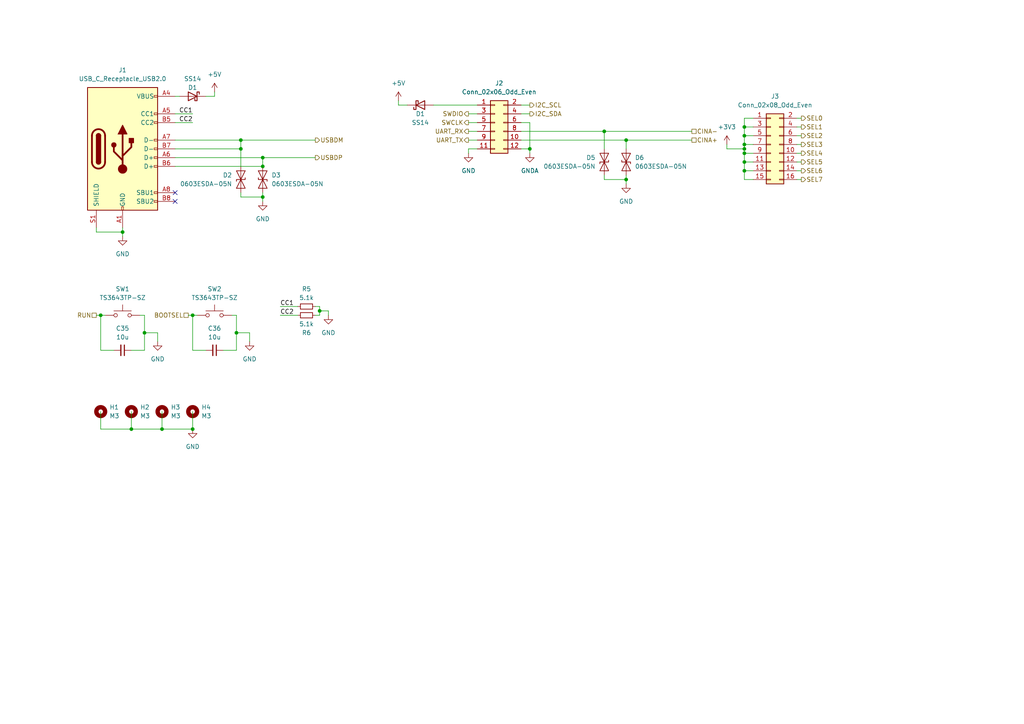
<source format=kicad_sch>
(kicad_sch (version 20230121) (generator eeschema)

  (uuid ddb37aea-b42d-4ad6-8101-d89b49a42eb3)

  (paper "A4")

  (title_block
    (title "I/O and Connectors")
    (date "2024-01-01")
    (rev "2")
    (company "Yet Another AI Ltd.")
    (comment 1 "Proudly Designed by Shenghao (Delton) DING")
  )

  (lib_symbols
    (symbol "Connector:USB_C_Receptacle_USB2.0" (pin_names (offset 1.016)) (in_bom yes) (on_board yes)
      (property "Reference" "J" (at -10.16 19.05 0)
        (effects (font (size 1.27 1.27)) (justify left))
      )
      (property "Value" "USB_C_Receptacle_USB2.0" (at 19.05 19.05 0)
        (effects (font (size 1.27 1.27)) (justify right))
      )
      (property "Footprint" "" (at 3.81 0 0)
        (effects (font (size 1.27 1.27)) hide)
      )
      (property "Datasheet" "https://www.usb.org/sites/default/files/documents/usb_type-c.zip" (at 3.81 0 0)
        (effects (font (size 1.27 1.27)) hide)
      )
      (property "ki_keywords" "usb universal serial bus type-C USB2.0" (at 0 0 0)
        (effects (font (size 1.27 1.27)) hide)
      )
      (property "ki_description" "USB 2.0-only Type-C Receptacle connector" (at 0 0 0)
        (effects (font (size 1.27 1.27)) hide)
      )
      (property "ki_fp_filters" "USB*C*Receptacle*" (at 0 0 0)
        (effects (font (size 1.27 1.27)) hide)
      )
      (symbol "USB_C_Receptacle_USB2.0_0_0"
        (rectangle (start -0.254 -17.78) (end 0.254 -16.764)
          (stroke (width 0) (type default))
          (fill (type none))
        )
        (rectangle (start 10.16 -14.986) (end 9.144 -15.494)
          (stroke (width 0) (type default))
          (fill (type none))
        )
        (rectangle (start 10.16 -12.446) (end 9.144 -12.954)
          (stroke (width 0) (type default))
          (fill (type none))
        )
        (rectangle (start 10.16 -4.826) (end 9.144 -5.334)
          (stroke (width 0) (type default))
          (fill (type none))
        )
        (rectangle (start 10.16 -2.286) (end 9.144 -2.794)
          (stroke (width 0) (type default))
          (fill (type none))
        )
        (rectangle (start 10.16 0.254) (end 9.144 -0.254)
          (stroke (width 0) (type default))
          (fill (type none))
        )
        (rectangle (start 10.16 2.794) (end 9.144 2.286)
          (stroke (width 0) (type default))
          (fill (type none))
        )
        (rectangle (start 10.16 7.874) (end 9.144 7.366)
          (stroke (width 0) (type default))
          (fill (type none))
        )
        (rectangle (start 10.16 10.414) (end 9.144 9.906)
          (stroke (width 0) (type default))
          (fill (type none))
        )
        (rectangle (start 10.16 15.494) (end 9.144 14.986)
          (stroke (width 0) (type default))
          (fill (type none))
        )
      )
      (symbol "USB_C_Receptacle_USB2.0_0_1"
        (rectangle (start -10.16 17.78) (end 10.16 -17.78)
          (stroke (width 0.254) (type default))
          (fill (type background))
        )
        (arc (start -8.89 -3.81) (mid -6.985 -5.7067) (end -5.08 -3.81)
          (stroke (width 0.508) (type default))
          (fill (type none))
        )
        (arc (start -7.62 -3.81) (mid -6.985 -4.4423) (end -6.35 -3.81)
          (stroke (width 0.254) (type default))
          (fill (type none))
        )
        (arc (start -7.62 -3.81) (mid -6.985 -4.4423) (end -6.35 -3.81)
          (stroke (width 0.254) (type default))
          (fill (type outline))
        )
        (rectangle (start -7.62 -3.81) (end -6.35 3.81)
          (stroke (width 0.254) (type default))
          (fill (type outline))
        )
        (arc (start -6.35 3.81) (mid -6.985 4.4423) (end -7.62 3.81)
          (stroke (width 0.254) (type default))
          (fill (type none))
        )
        (arc (start -6.35 3.81) (mid -6.985 4.4423) (end -7.62 3.81)
          (stroke (width 0.254) (type default))
          (fill (type outline))
        )
        (arc (start -5.08 3.81) (mid -6.985 5.7067) (end -8.89 3.81)
          (stroke (width 0.508) (type default))
          (fill (type none))
        )
        (circle (center -2.54 1.143) (radius 0.635)
          (stroke (width 0.254) (type default))
          (fill (type outline))
        )
        (circle (center 0 -5.842) (radius 1.27)
          (stroke (width 0) (type default))
          (fill (type outline))
        )
        (polyline
          (pts
            (xy -8.89 -3.81)
            (xy -8.89 3.81)
          )
          (stroke (width 0.508) (type default))
          (fill (type none))
        )
        (polyline
          (pts
            (xy -5.08 3.81)
            (xy -5.08 -3.81)
          )
          (stroke (width 0.508) (type default))
          (fill (type none))
        )
        (polyline
          (pts
            (xy 0 -5.842)
            (xy 0 4.318)
          )
          (stroke (width 0.508) (type default))
          (fill (type none))
        )
        (polyline
          (pts
            (xy 0 -3.302)
            (xy -2.54 -0.762)
            (xy -2.54 0.508)
          )
          (stroke (width 0.508) (type default))
          (fill (type none))
        )
        (polyline
          (pts
            (xy 0 -2.032)
            (xy 2.54 0.508)
            (xy 2.54 1.778)
          )
          (stroke (width 0.508) (type default))
          (fill (type none))
        )
        (polyline
          (pts
            (xy -1.27 4.318)
            (xy 0 6.858)
            (xy 1.27 4.318)
            (xy -1.27 4.318)
          )
          (stroke (width 0.254) (type default))
          (fill (type outline))
        )
        (rectangle (start 1.905 1.778) (end 3.175 3.048)
          (stroke (width 0.254) (type default))
          (fill (type outline))
        )
      )
      (symbol "USB_C_Receptacle_USB2.0_1_1"
        (pin passive line (at 0 -22.86 90) (length 5.08)
          (name "GND" (effects (font (size 1.27 1.27))))
          (number "A1" (effects (font (size 1.27 1.27))))
        )
        (pin passive line (at 0 -22.86 90) (length 5.08) hide
          (name "GND" (effects (font (size 1.27 1.27))))
          (number "A12" (effects (font (size 1.27 1.27))))
        )
        (pin passive line (at 15.24 15.24 180) (length 5.08)
          (name "VBUS" (effects (font (size 1.27 1.27))))
          (number "A4" (effects (font (size 1.27 1.27))))
        )
        (pin bidirectional line (at 15.24 10.16 180) (length 5.08)
          (name "CC1" (effects (font (size 1.27 1.27))))
          (number "A5" (effects (font (size 1.27 1.27))))
        )
        (pin bidirectional line (at 15.24 -2.54 180) (length 5.08)
          (name "D+" (effects (font (size 1.27 1.27))))
          (number "A6" (effects (font (size 1.27 1.27))))
        )
        (pin bidirectional line (at 15.24 2.54 180) (length 5.08)
          (name "D-" (effects (font (size 1.27 1.27))))
          (number "A7" (effects (font (size 1.27 1.27))))
        )
        (pin bidirectional line (at 15.24 -12.7 180) (length 5.08)
          (name "SBU1" (effects (font (size 1.27 1.27))))
          (number "A8" (effects (font (size 1.27 1.27))))
        )
        (pin passive line (at 15.24 15.24 180) (length 5.08) hide
          (name "VBUS" (effects (font (size 1.27 1.27))))
          (number "A9" (effects (font (size 1.27 1.27))))
        )
        (pin passive line (at 0 -22.86 90) (length 5.08) hide
          (name "GND" (effects (font (size 1.27 1.27))))
          (number "B1" (effects (font (size 1.27 1.27))))
        )
        (pin passive line (at 0 -22.86 90) (length 5.08) hide
          (name "GND" (effects (font (size 1.27 1.27))))
          (number "B12" (effects (font (size 1.27 1.27))))
        )
        (pin passive line (at 15.24 15.24 180) (length 5.08) hide
          (name "VBUS" (effects (font (size 1.27 1.27))))
          (number "B4" (effects (font (size 1.27 1.27))))
        )
        (pin bidirectional line (at 15.24 7.62 180) (length 5.08)
          (name "CC2" (effects (font (size 1.27 1.27))))
          (number "B5" (effects (font (size 1.27 1.27))))
        )
        (pin bidirectional line (at 15.24 -5.08 180) (length 5.08)
          (name "D+" (effects (font (size 1.27 1.27))))
          (number "B6" (effects (font (size 1.27 1.27))))
        )
        (pin bidirectional line (at 15.24 0 180) (length 5.08)
          (name "D-" (effects (font (size 1.27 1.27))))
          (number "B7" (effects (font (size 1.27 1.27))))
        )
        (pin bidirectional line (at 15.24 -15.24 180) (length 5.08)
          (name "SBU2" (effects (font (size 1.27 1.27))))
          (number "B8" (effects (font (size 1.27 1.27))))
        )
        (pin passive line (at 15.24 15.24 180) (length 5.08) hide
          (name "VBUS" (effects (font (size 1.27 1.27))))
          (number "B9" (effects (font (size 1.27 1.27))))
        )
        (pin passive line (at -7.62 -22.86 90) (length 5.08)
          (name "SHIELD" (effects (font (size 1.27 1.27))))
          (number "S1" (effects (font (size 1.27 1.27))))
        )
      )
    )
    (symbol "Connector_Generic:Conn_02x06_Odd_Even" (pin_names (offset 1.016) hide) (in_bom yes) (on_board yes)
      (property "Reference" "J" (at 1.27 7.62 0)
        (effects (font (size 1.27 1.27)))
      )
      (property "Value" "Conn_02x06_Odd_Even" (at 1.27 -10.16 0)
        (effects (font (size 1.27 1.27)))
      )
      (property "Footprint" "" (at 0 0 0)
        (effects (font (size 1.27 1.27)) hide)
      )
      (property "Datasheet" "~" (at 0 0 0)
        (effects (font (size 1.27 1.27)) hide)
      )
      (property "ki_keywords" "connector" (at 0 0 0)
        (effects (font (size 1.27 1.27)) hide)
      )
      (property "ki_description" "Generic connector, double row, 02x06, odd/even pin numbering scheme (row 1 odd numbers, row 2 even numbers), script generated (kicad-library-utils/schlib/autogen/connector/)" (at 0 0 0)
        (effects (font (size 1.27 1.27)) hide)
      )
      (property "ki_fp_filters" "Connector*:*_2x??_*" (at 0 0 0)
        (effects (font (size 1.27 1.27)) hide)
      )
      (symbol "Conn_02x06_Odd_Even_1_1"
        (rectangle (start -1.27 -7.493) (end 0 -7.747)
          (stroke (width 0.1524) (type default))
          (fill (type none))
        )
        (rectangle (start -1.27 -4.953) (end 0 -5.207)
          (stroke (width 0.1524) (type default))
          (fill (type none))
        )
        (rectangle (start -1.27 -2.413) (end 0 -2.667)
          (stroke (width 0.1524) (type default))
          (fill (type none))
        )
        (rectangle (start -1.27 0.127) (end 0 -0.127)
          (stroke (width 0.1524) (type default))
          (fill (type none))
        )
        (rectangle (start -1.27 2.667) (end 0 2.413)
          (stroke (width 0.1524) (type default))
          (fill (type none))
        )
        (rectangle (start -1.27 5.207) (end 0 4.953)
          (stroke (width 0.1524) (type default))
          (fill (type none))
        )
        (rectangle (start -1.27 6.35) (end 3.81 -8.89)
          (stroke (width 0.254) (type default))
          (fill (type background))
        )
        (rectangle (start 3.81 -7.493) (end 2.54 -7.747)
          (stroke (width 0.1524) (type default))
          (fill (type none))
        )
        (rectangle (start 3.81 -4.953) (end 2.54 -5.207)
          (stroke (width 0.1524) (type default))
          (fill (type none))
        )
        (rectangle (start 3.81 -2.413) (end 2.54 -2.667)
          (stroke (width 0.1524) (type default))
          (fill (type none))
        )
        (rectangle (start 3.81 0.127) (end 2.54 -0.127)
          (stroke (width 0.1524) (type default))
          (fill (type none))
        )
        (rectangle (start 3.81 2.667) (end 2.54 2.413)
          (stroke (width 0.1524) (type default))
          (fill (type none))
        )
        (rectangle (start 3.81 5.207) (end 2.54 4.953)
          (stroke (width 0.1524) (type default))
          (fill (type none))
        )
        (pin passive line (at -5.08 5.08 0) (length 3.81)
          (name "Pin_1" (effects (font (size 1.27 1.27))))
          (number "1" (effects (font (size 1.27 1.27))))
        )
        (pin passive line (at 7.62 -5.08 180) (length 3.81)
          (name "Pin_10" (effects (font (size 1.27 1.27))))
          (number "10" (effects (font (size 1.27 1.27))))
        )
        (pin passive line (at -5.08 -7.62 0) (length 3.81)
          (name "Pin_11" (effects (font (size 1.27 1.27))))
          (number "11" (effects (font (size 1.27 1.27))))
        )
        (pin passive line (at 7.62 -7.62 180) (length 3.81)
          (name "Pin_12" (effects (font (size 1.27 1.27))))
          (number "12" (effects (font (size 1.27 1.27))))
        )
        (pin passive line (at 7.62 5.08 180) (length 3.81)
          (name "Pin_2" (effects (font (size 1.27 1.27))))
          (number "2" (effects (font (size 1.27 1.27))))
        )
        (pin passive line (at -5.08 2.54 0) (length 3.81)
          (name "Pin_3" (effects (font (size 1.27 1.27))))
          (number "3" (effects (font (size 1.27 1.27))))
        )
        (pin passive line (at 7.62 2.54 180) (length 3.81)
          (name "Pin_4" (effects (font (size 1.27 1.27))))
          (number "4" (effects (font (size 1.27 1.27))))
        )
        (pin passive line (at -5.08 0 0) (length 3.81)
          (name "Pin_5" (effects (font (size 1.27 1.27))))
          (number "5" (effects (font (size 1.27 1.27))))
        )
        (pin passive line (at 7.62 0 180) (length 3.81)
          (name "Pin_6" (effects (font (size 1.27 1.27))))
          (number "6" (effects (font (size 1.27 1.27))))
        )
        (pin passive line (at -5.08 -2.54 0) (length 3.81)
          (name "Pin_7" (effects (font (size 1.27 1.27))))
          (number "7" (effects (font (size 1.27 1.27))))
        )
        (pin passive line (at 7.62 -2.54 180) (length 3.81)
          (name "Pin_8" (effects (font (size 1.27 1.27))))
          (number "8" (effects (font (size 1.27 1.27))))
        )
        (pin passive line (at -5.08 -5.08 0) (length 3.81)
          (name "Pin_9" (effects (font (size 1.27 1.27))))
          (number "9" (effects (font (size 1.27 1.27))))
        )
      )
    )
    (symbol "Connector_Generic:Conn_02x08_Odd_Even" (pin_names (offset 1.016) hide) (in_bom yes) (on_board yes)
      (property "Reference" "J" (at 1.27 10.16 0)
        (effects (font (size 1.27 1.27)))
      )
      (property "Value" "Conn_02x08_Odd_Even" (at 1.27 -12.7 0)
        (effects (font (size 1.27 1.27)))
      )
      (property "Footprint" "" (at 0 0 0)
        (effects (font (size 1.27 1.27)) hide)
      )
      (property "Datasheet" "~" (at 0 0 0)
        (effects (font (size 1.27 1.27)) hide)
      )
      (property "ki_keywords" "connector" (at 0 0 0)
        (effects (font (size 1.27 1.27)) hide)
      )
      (property "ki_description" "Generic connector, double row, 02x08, odd/even pin numbering scheme (row 1 odd numbers, row 2 even numbers), script generated (kicad-library-utils/schlib/autogen/connector/)" (at 0 0 0)
        (effects (font (size 1.27 1.27)) hide)
      )
      (property "ki_fp_filters" "Connector*:*_2x??_*" (at 0 0 0)
        (effects (font (size 1.27 1.27)) hide)
      )
      (symbol "Conn_02x08_Odd_Even_1_1"
        (rectangle (start -1.27 -10.033) (end 0 -10.287)
          (stroke (width 0.1524) (type default))
          (fill (type none))
        )
        (rectangle (start -1.27 -7.493) (end 0 -7.747)
          (stroke (width 0.1524) (type default))
          (fill (type none))
        )
        (rectangle (start -1.27 -4.953) (end 0 -5.207)
          (stroke (width 0.1524) (type default))
          (fill (type none))
        )
        (rectangle (start -1.27 -2.413) (end 0 -2.667)
          (stroke (width 0.1524) (type default))
          (fill (type none))
        )
        (rectangle (start -1.27 0.127) (end 0 -0.127)
          (stroke (width 0.1524) (type default))
          (fill (type none))
        )
        (rectangle (start -1.27 2.667) (end 0 2.413)
          (stroke (width 0.1524) (type default))
          (fill (type none))
        )
        (rectangle (start -1.27 5.207) (end 0 4.953)
          (stroke (width 0.1524) (type default))
          (fill (type none))
        )
        (rectangle (start -1.27 7.747) (end 0 7.493)
          (stroke (width 0.1524) (type default))
          (fill (type none))
        )
        (rectangle (start -1.27 8.89) (end 3.81 -11.43)
          (stroke (width 0.254) (type default))
          (fill (type background))
        )
        (rectangle (start 3.81 -10.033) (end 2.54 -10.287)
          (stroke (width 0.1524) (type default))
          (fill (type none))
        )
        (rectangle (start 3.81 -7.493) (end 2.54 -7.747)
          (stroke (width 0.1524) (type default))
          (fill (type none))
        )
        (rectangle (start 3.81 -4.953) (end 2.54 -5.207)
          (stroke (width 0.1524) (type default))
          (fill (type none))
        )
        (rectangle (start 3.81 -2.413) (end 2.54 -2.667)
          (stroke (width 0.1524) (type default))
          (fill (type none))
        )
        (rectangle (start 3.81 0.127) (end 2.54 -0.127)
          (stroke (width 0.1524) (type default))
          (fill (type none))
        )
        (rectangle (start 3.81 2.667) (end 2.54 2.413)
          (stroke (width 0.1524) (type default))
          (fill (type none))
        )
        (rectangle (start 3.81 5.207) (end 2.54 4.953)
          (stroke (width 0.1524) (type default))
          (fill (type none))
        )
        (rectangle (start 3.81 7.747) (end 2.54 7.493)
          (stroke (width 0.1524) (type default))
          (fill (type none))
        )
        (pin passive line (at -5.08 7.62 0) (length 3.81)
          (name "Pin_1" (effects (font (size 1.27 1.27))))
          (number "1" (effects (font (size 1.27 1.27))))
        )
        (pin passive line (at 7.62 -2.54 180) (length 3.81)
          (name "Pin_10" (effects (font (size 1.27 1.27))))
          (number "10" (effects (font (size 1.27 1.27))))
        )
        (pin passive line (at -5.08 -5.08 0) (length 3.81)
          (name "Pin_11" (effects (font (size 1.27 1.27))))
          (number "11" (effects (font (size 1.27 1.27))))
        )
        (pin passive line (at 7.62 -5.08 180) (length 3.81)
          (name "Pin_12" (effects (font (size 1.27 1.27))))
          (number "12" (effects (font (size 1.27 1.27))))
        )
        (pin passive line (at -5.08 -7.62 0) (length 3.81)
          (name "Pin_13" (effects (font (size 1.27 1.27))))
          (number "13" (effects (font (size 1.27 1.27))))
        )
        (pin passive line (at 7.62 -7.62 180) (length 3.81)
          (name "Pin_14" (effects (font (size 1.27 1.27))))
          (number "14" (effects (font (size 1.27 1.27))))
        )
        (pin passive line (at -5.08 -10.16 0) (length 3.81)
          (name "Pin_15" (effects (font (size 1.27 1.27))))
          (number "15" (effects (font (size 1.27 1.27))))
        )
        (pin passive line (at 7.62 -10.16 180) (length 3.81)
          (name "Pin_16" (effects (font (size 1.27 1.27))))
          (number "16" (effects (font (size 1.27 1.27))))
        )
        (pin passive line (at 7.62 7.62 180) (length 3.81)
          (name "Pin_2" (effects (font (size 1.27 1.27))))
          (number "2" (effects (font (size 1.27 1.27))))
        )
        (pin passive line (at -5.08 5.08 0) (length 3.81)
          (name "Pin_3" (effects (font (size 1.27 1.27))))
          (number "3" (effects (font (size 1.27 1.27))))
        )
        (pin passive line (at 7.62 5.08 180) (length 3.81)
          (name "Pin_4" (effects (font (size 1.27 1.27))))
          (number "4" (effects (font (size 1.27 1.27))))
        )
        (pin passive line (at -5.08 2.54 0) (length 3.81)
          (name "Pin_5" (effects (font (size 1.27 1.27))))
          (number "5" (effects (font (size 1.27 1.27))))
        )
        (pin passive line (at 7.62 2.54 180) (length 3.81)
          (name "Pin_6" (effects (font (size 1.27 1.27))))
          (number "6" (effects (font (size 1.27 1.27))))
        )
        (pin passive line (at -5.08 0 0) (length 3.81)
          (name "Pin_7" (effects (font (size 1.27 1.27))))
          (number "7" (effects (font (size 1.27 1.27))))
        )
        (pin passive line (at 7.62 0 180) (length 3.81)
          (name "Pin_8" (effects (font (size 1.27 1.27))))
          (number "8" (effects (font (size 1.27 1.27))))
        )
        (pin passive line (at -5.08 -2.54 0) (length 3.81)
          (name "Pin_9" (effects (font (size 1.27 1.27))))
          (number "9" (effects (font (size 1.27 1.27))))
        )
      )
    )
    (symbol "Device:C_Small" (pin_numbers hide) (pin_names (offset 0.254) hide) (in_bom yes) (on_board yes)
      (property "Reference" "C" (at 0.254 1.778 0)
        (effects (font (size 1.27 1.27)) (justify left))
      )
      (property "Value" "C_Small" (at 0.254 -2.032 0)
        (effects (font (size 1.27 1.27)) (justify left))
      )
      (property "Footprint" "" (at 0 0 0)
        (effects (font (size 1.27 1.27)) hide)
      )
      (property "Datasheet" "~" (at 0 0 0)
        (effects (font (size 1.27 1.27)) hide)
      )
      (property "ki_keywords" "capacitor cap" (at 0 0 0)
        (effects (font (size 1.27 1.27)) hide)
      )
      (property "ki_description" "Unpolarized capacitor, small symbol" (at 0 0 0)
        (effects (font (size 1.27 1.27)) hide)
      )
      (property "ki_fp_filters" "C_*" (at 0 0 0)
        (effects (font (size 1.27 1.27)) hide)
      )
      (symbol "C_Small_0_1"
        (polyline
          (pts
            (xy -1.524 -0.508)
            (xy 1.524 -0.508)
          )
          (stroke (width 0.3302) (type default))
          (fill (type none))
        )
        (polyline
          (pts
            (xy -1.524 0.508)
            (xy 1.524 0.508)
          )
          (stroke (width 0.3048) (type default))
          (fill (type none))
        )
      )
      (symbol "C_Small_1_1"
        (pin passive line (at 0 2.54 270) (length 2.032)
          (name "~" (effects (font (size 1.27 1.27))))
          (number "1" (effects (font (size 1.27 1.27))))
        )
        (pin passive line (at 0 -2.54 90) (length 2.032)
          (name "~" (effects (font (size 1.27 1.27))))
          (number "2" (effects (font (size 1.27 1.27))))
        )
      )
    )
    (symbol "Device:D_Schottky" (pin_numbers hide) (pin_names (offset 1.016) hide) (in_bom yes) (on_board yes)
      (property "Reference" "D" (at 0 2.54 0)
        (effects (font (size 1.27 1.27)))
      )
      (property "Value" "D_Schottky" (at 0 -2.54 0)
        (effects (font (size 1.27 1.27)))
      )
      (property "Footprint" "" (at 0 0 0)
        (effects (font (size 1.27 1.27)) hide)
      )
      (property "Datasheet" "~" (at 0 0 0)
        (effects (font (size 1.27 1.27)) hide)
      )
      (property "ki_keywords" "diode Schottky" (at 0 0 0)
        (effects (font (size 1.27 1.27)) hide)
      )
      (property "ki_description" "Schottky diode" (at 0 0 0)
        (effects (font (size 1.27 1.27)) hide)
      )
      (property "ki_fp_filters" "TO-???* *_Diode_* *SingleDiode* D_*" (at 0 0 0)
        (effects (font (size 1.27 1.27)) hide)
      )
      (symbol "D_Schottky_0_1"
        (polyline
          (pts
            (xy 1.27 0)
            (xy -1.27 0)
          )
          (stroke (width 0) (type default))
          (fill (type none))
        )
        (polyline
          (pts
            (xy 1.27 1.27)
            (xy 1.27 -1.27)
            (xy -1.27 0)
            (xy 1.27 1.27)
          )
          (stroke (width 0.254) (type default))
          (fill (type none))
        )
        (polyline
          (pts
            (xy -1.905 0.635)
            (xy -1.905 1.27)
            (xy -1.27 1.27)
            (xy -1.27 -1.27)
            (xy -0.635 -1.27)
            (xy -0.635 -0.635)
          )
          (stroke (width 0.254) (type default))
          (fill (type none))
        )
      )
      (symbol "D_Schottky_1_1"
        (pin passive line (at -3.81 0 0) (length 2.54)
          (name "K" (effects (font (size 1.27 1.27))))
          (number "1" (effects (font (size 1.27 1.27))))
        )
        (pin passive line (at 3.81 0 180) (length 2.54)
          (name "A" (effects (font (size 1.27 1.27))))
          (number "2" (effects (font (size 1.27 1.27))))
        )
      )
    )
    (symbol "Device:R_Small" (pin_numbers hide) (pin_names (offset 0.254) hide) (in_bom yes) (on_board yes)
      (property "Reference" "R" (at 0.762 0.508 0)
        (effects (font (size 1.27 1.27)) (justify left))
      )
      (property "Value" "R_Small" (at 0.762 -1.016 0)
        (effects (font (size 1.27 1.27)) (justify left))
      )
      (property "Footprint" "" (at 0 0 0)
        (effects (font (size 1.27 1.27)) hide)
      )
      (property "Datasheet" "~" (at 0 0 0)
        (effects (font (size 1.27 1.27)) hide)
      )
      (property "ki_keywords" "R resistor" (at 0 0 0)
        (effects (font (size 1.27 1.27)) hide)
      )
      (property "ki_description" "Resistor, small symbol" (at 0 0 0)
        (effects (font (size 1.27 1.27)) hide)
      )
      (property "ki_fp_filters" "R_*" (at 0 0 0)
        (effects (font (size 1.27 1.27)) hide)
      )
      (symbol "R_Small_0_1"
        (rectangle (start -0.762 1.778) (end 0.762 -1.778)
          (stroke (width 0.2032) (type default))
          (fill (type none))
        )
      )
      (symbol "R_Small_1_1"
        (pin passive line (at 0 2.54 270) (length 0.762)
          (name "~" (effects (font (size 1.27 1.27))))
          (number "1" (effects (font (size 1.27 1.27))))
        )
        (pin passive line (at 0 -2.54 90) (length 0.762)
          (name "~" (effects (font (size 1.27 1.27))))
          (number "2" (effects (font (size 1.27 1.27))))
        )
      )
    )
    (symbol "Diode:ESD9B5.0ST5G" (pin_numbers hide) (pin_names (offset 1.016) hide) (in_bom yes) (on_board yes)
      (property "Reference" "D" (at 0 2.54 0)
        (effects (font (size 1.27 1.27)))
      )
      (property "Value" "ESD9B5.0ST5G" (at 0 -2.54 0)
        (effects (font (size 1.27 1.27)))
      )
      (property "Footprint" "Diode_SMD:D_SOD-923" (at 0 0 0)
        (effects (font (size 1.27 1.27)) hide)
      )
      (property "Datasheet" "https://www.onsemi.com/pub/Collateral/ESD9B-D.PDF" (at 0 0 0)
        (effects (font (size 1.27 1.27)) hide)
      )
      (property "ki_keywords" "diode TVS ESD" (at 0 0 0)
        (effects (font (size 1.27 1.27)) hide)
      )
      (property "ki_description" "ESD protection diode, 5.0Vrwm, SOD-923" (at 0 0 0)
        (effects (font (size 1.27 1.27)) hide)
      )
      (property "ki_fp_filters" "D*SOD?923*" (at 0 0 0)
        (effects (font (size 1.27 1.27)) hide)
      )
      (symbol "ESD9B5.0ST5G_0_1"
        (polyline
          (pts
            (xy 1.27 0)
            (xy -1.27 0)
          )
          (stroke (width 0) (type default))
          (fill (type none))
        )
        (polyline
          (pts
            (xy -2.54 -1.27)
            (xy 0 0)
            (xy -2.54 1.27)
            (xy -2.54 -1.27)
          )
          (stroke (width 0.2032) (type default))
          (fill (type none))
        )
        (polyline
          (pts
            (xy 0.508 1.27)
            (xy 0 1.27)
            (xy 0 -1.27)
            (xy -0.508 -1.27)
          )
          (stroke (width 0.2032) (type default))
          (fill (type none))
        )
        (polyline
          (pts
            (xy 2.54 1.27)
            (xy 2.54 -1.27)
            (xy 0 0)
            (xy 2.54 1.27)
          )
          (stroke (width 0.2032) (type default))
          (fill (type none))
        )
      )
      (symbol "ESD9B5.0ST5G_1_1"
        (pin passive line (at -3.81 0 0) (length 2.54)
          (name "A1" (effects (font (size 1.27 1.27))))
          (number "1" (effects (font (size 1.27 1.27))))
        )
        (pin passive line (at 3.81 0 180) (length 2.54)
          (name "A2" (effects (font (size 1.27 1.27))))
          (number "2" (effects (font (size 1.27 1.27))))
        )
      )
    )
    (symbol "Mechanical:MountingHole" (pin_names (offset 1.016)) (in_bom yes) (on_board yes)
      (property "Reference" "H" (at 0 5.08 0)
        (effects (font (size 1.27 1.27)))
      )
      (property "Value" "MountingHole" (at 0 3.175 0)
        (effects (font (size 1.27 1.27)))
      )
      (property "Footprint" "" (at 0 0 0)
        (effects (font (size 1.27 1.27)) hide)
      )
      (property "Datasheet" "~" (at 0 0 0)
        (effects (font (size 1.27 1.27)) hide)
      )
      (property "ki_keywords" "mounting hole" (at 0 0 0)
        (effects (font (size 1.27 1.27)) hide)
      )
      (property "ki_description" "Mounting Hole without connection" (at 0 0 0)
        (effects (font (size 1.27 1.27)) hide)
      )
      (property "ki_fp_filters" "MountingHole*" (at 0 0 0)
        (effects (font (size 1.27 1.27)) hide)
      )
      (symbol "MountingHole_0_1"
        (circle (center 0 0) (radius 1.27)
          (stroke (width 1.27) (type default))
          (fill (type none))
        )
      )
    )
    (symbol "Switch:SW_Push" (pin_numbers hide) (pin_names (offset 1.016) hide) (in_bom yes) (on_board yes)
      (property "Reference" "SW" (at 1.27 2.54 0)
        (effects (font (size 1.27 1.27)) (justify left))
      )
      (property "Value" "SW_Push" (at 0 -1.524 0)
        (effects (font (size 1.27 1.27)))
      )
      (property "Footprint" "" (at 0 5.08 0)
        (effects (font (size 1.27 1.27)) hide)
      )
      (property "Datasheet" "~" (at 0 5.08 0)
        (effects (font (size 1.27 1.27)) hide)
      )
      (property "ki_keywords" "switch normally-open pushbutton push-button" (at 0 0 0)
        (effects (font (size 1.27 1.27)) hide)
      )
      (property "ki_description" "Push button switch, generic, two pins" (at 0 0 0)
        (effects (font (size 1.27 1.27)) hide)
      )
      (symbol "SW_Push_0_1"
        (circle (center -2.032 0) (radius 0.508)
          (stroke (width 0) (type default))
          (fill (type none))
        )
        (polyline
          (pts
            (xy 0 1.27)
            (xy 0 3.048)
          )
          (stroke (width 0) (type default))
          (fill (type none))
        )
        (polyline
          (pts
            (xy 2.54 1.27)
            (xy -2.54 1.27)
          )
          (stroke (width 0) (type default))
          (fill (type none))
        )
        (circle (center 2.032 0) (radius 0.508)
          (stroke (width 0) (type default))
          (fill (type none))
        )
        (pin passive line (at -5.08 0 0) (length 2.54)
          (name "1" (effects (font (size 1.27 1.27))))
          (number "1" (effects (font (size 1.27 1.27))))
        )
        (pin passive line (at 5.08 0 180) (length 2.54)
          (name "2" (effects (font (size 1.27 1.27))))
          (number "2" (effects (font (size 1.27 1.27))))
        )
      )
    )
    (symbol "power:+3V3" (power) (pin_names (offset 0)) (in_bom yes) (on_board yes)
      (property "Reference" "#PWR" (at 0 -3.81 0)
        (effects (font (size 1.27 1.27)) hide)
      )
      (property "Value" "+3V3" (at 0 3.556 0)
        (effects (font (size 1.27 1.27)))
      )
      (property "Footprint" "" (at 0 0 0)
        (effects (font (size 1.27 1.27)) hide)
      )
      (property "Datasheet" "" (at 0 0 0)
        (effects (font (size 1.27 1.27)) hide)
      )
      (property "ki_keywords" "global power" (at 0 0 0)
        (effects (font (size 1.27 1.27)) hide)
      )
      (property "ki_description" "Power symbol creates a global label with name \"+3V3\"" (at 0 0 0)
        (effects (font (size 1.27 1.27)) hide)
      )
      (symbol "+3V3_0_1"
        (polyline
          (pts
            (xy -0.762 1.27)
            (xy 0 2.54)
          )
          (stroke (width 0) (type default))
          (fill (type none))
        )
        (polyline
          (pts
            (xy 0 0)
            (xy 0 2.54)
          )
          (stroke (width 0) (type default))
          (fill (type none))
        )
        (polyline
          (pts
            (xy 0 2.54)
            (xy 0.762 1.27)
          )
          (stroke (width 0) (type default))
          (fill (type none))
        )
      )
      (symbol "+3V3_1_1"
        (pin power_in line (at 0 0 90) (length 0) hide
          (name "+3V3" (effects (font (size 1.27 1.27))))
          (number "1" (effects (font (size 1.27 1.27))))
        )
      )
    )
    (symbol "power:+5V" (power) (pin_names (offset 0)) (in_bom yes) (on_board yes)
      (property "Reference" "#PWR" (at 0 -3.81 0)
        (effects (font (size 1.27 1.27)) hide)
      )
      (property "Value" "+5V" (at 0 3.556 0)
        (effects (font (size 1.27 1.27)))
      )
      (property "Footprint" "" (at 0 0 0)
        (effects (font (size 1.27 1.27)) hide)
      )
      (property "Datasheet" "" (at 0 0 0)
        (effects (font (size 1.27 1.27)) hide)
      )
      (property "ki_keywords" "global power" (at 0 0 0)
        (effects (font (size 1.27 1.27)) hide)
      )
      (property "ki_description" "Power symbol creates a global label with name \"+5V\"" (at 0 0 0)
        (effects (font (size 1.27 1.27)) hide)
      )
      (symbol "+5V_0_1"
        (polyline
          (pts
            (xy -0.762 1.27)
            (xy 0 2.54)
          )
          (stroke (width 0) (type default))
          (fill (type none))
        )
        (polyline
          (pts
            (xy 0 0)
            (xy 0 2.54)
          )
          (stroke (width 0) (type default))
          (fill (type none))
        )
        (polyline
          (pts
            (xy 0 2.54)
            (xy 0.762 1.27)
          )
          (stroke (width 0) (type default))
          (fill (type none))
        )
      )
      (symbol "+5V_1_1"
        (pin power_in line (at 0 0 90) (length 0) hide
          (name "+5V" (effects (font (size 1.27 1.27))))
          (number "1" (effects (font (size 1.27 1.27))))
        )
      )
    )
    (symbol "power:GND" (power) (pin_names (offset 0)) (in_bom yes) (on_board yes)
      (property "Reference" "#PWR" (at 0 -6.35 0)
        (effects (font (size 1.27 1.27)) hide)
      )
      (property "Value" "GND" (at 0 -3.81 0)
        (effects (font (size 1.27 1.27)))
      )
      (property "Footprint" "" (at 0 0 0)
        (effects (font (size 1.27 1.27)) hide)
      )
      (property "Datasheet" "" (at 0 0 0)
        (effects (font (size 1.27 1.27)) hide)
      )
      (property "ki_keywords" "global power" (at 0 0 0)
        (effects (font (size 1.27 1.27)) hide)
      )
      (property "ki_description" "Power symbol creates a global label with name \"GND\" , ground" (at 0 0 0)
        (effects (font (size 1.27 1.27)) hide)
      )
      (symbol "GND_0_1"
        (polyline
          (pts
            (xy 0 0)
            (xy 0 -1.27)
            (xy 1.27 -1.27)
            (xy 0 -2.54)
            (xy -1.27 -1.27)
            (xy 0 -1.27)
          )
          (stroke (width 0) (type default))
          (fill (type none))
        )
      )
      (symbol "GND_1_1"
        (pin power_in line (at 0 0 270) (length 0) hide
          (name "GND" (effects (font (size 1.27 1.27))))
          (number "1" (effects (font (size 1.27 1.27))))
        )
      )
    )
    (symbol "power:GNDA" (power) (pin_names (offset 0)) (in_bom yes) (on_board yes)
      (property "Reference" "#PWR" (at 0 -6.35 0)
        (effects (font (size 1.27 1.27)) hide)
      )
      (property "Value" "GNDA" (at 0 -3.81 0)
        (effects (font (size 1.27 1.27)))
      )
      (property "Footprint" "" (at 0 0 0)
        (effects (font (size 1.27 1.27)) hide)
      )
      (property "Datasheet" "" (at 0 0 0)
        (effects (font (size 1.27 1.27)) hide)
      )
      (property "ki_keywords" "global power" (at 0 0 0)
        (effects (font (size 1.27 1.27)) hide)
      )
      (property "ki_description" "Power symbol creates a global label with name \"GNDA\" , analog ground" (at 0 0 0)
        (effects (font (size 1.27 1.27)) hide)
      )
      (symbol "GNDA_0_1"
        (polyline
          (pts
            (xy 0 0)
            (xy 0 -1.27)
            (xy 1.27 -1.27)
            (xy 0 -2.54)
            (xy -1.27 -1.27)
            (xy 0 -1.27)
          )
          (stroke (width 0) (type default))
          (fill (type none))
        )
      )
      (symbol "GNDA_1_1"
        (pin power_in line (at 0 0 270) (length 0) hide
          (name "GNDA" (effects (font (size 1.27 1.27))))
          (number "1" (effects (font (size 1.27 1.27))))
        )
      )
    )
  )

  (junction (at 69.85 43.18) (diameter 0) (color 0 0 0 0)
    (uuid 016cf650-29b9-4484-ae15-cb38f8368950)
  )
  (junction (at 55.88 91.44) (diameter 0) (color 0 0 0 0)
    (uuid 07dceaa4-7462-49d5-ba58-b848e371b87e)
  )
  (junction (at 76.2 48.26) (diameter 0) (color 0 0 0 0)
    (uuid 196c3a4c-f439-413d-b833-e435c1860bf1)
  )
  (junction (at 68.58 96.52) (diameter 0) (color 0 0 0 0)
    (uuid 22ec0535-dce7-429e-a11c-317aabfd1568)
  )
  (junction (at 69.85 40.64) (diameter 0) (color 0 0 0 0)
    (uuid 443c1381-fc0e-426f-8225-d69bf41b98c0)
  )
  (junction (at 35.56 67.31) (diameter 0) (color 0 0 0 0)
    (uuid 45f49e4e-739f-4eb3-906e-e05aa3d361b3)
  )
  (junction (at 76.2 45.72) (diameter 0) (color 0 0 0 0)
    (uuid 5512c485-d002-4493-8b41-b2711055a66b)
  )
  (junction (at 215.9 44.45) (diameter 0) (color 0 0 0 0)
    (uuid 5a73e6bd-db29-4774-976b-9e4c6710a9b4)
  )
  (junction (at 92.71 90.17) (diameter 0) (color 0 0 0 0)
    (uuid 701d8017-c744-4869-988c-20f04de11cb1)
  )
  (junction (at 29.21 91.44) (diameter 0) (color 0 0 0 0)
    (uuid 79d9c828-db42-4cf3-bb61-cd8931876790)
  )
  (junction (at 153.67 43.18) (diameter 0) (color 0 0 0 0)
    (uuid 8e23e030-ce07-4fb5-94b7-0c0ad3854df8)
  )
  (junction (at 215.9 41.91) (diameter 0) (color 0 0 0 0)
    (uuid 94098833-0f5e-4edd-801a-928e124558be)
  )
  (junction (at 175.26 38.1) (diameter 0) (color 0 0 0 0)
    (uuid 9ec969f5-16e8-4742-ab7f-561bcb41e6c1)
  )
  (junction (at 215.9 43.18) (diameter 0) (color 0 0 0 0)
    (uuid 9f141eb4-60ca-4a7b-992e-829a1921ac31)
  )
  (junction (at 55.88 124.46) (diameter 0) (color 0 0 0 0)
    (uuid a10eb889-bab2-4189-9452-f2015f65b3c2)
  )
  (junction (at 46.99 124.46) (diameter 0) (color 0 0 0 0)
    (uuid ab8bc930-389f-40b5-b6bb-14b1374c064b)
  )
  (junction (at 215.9 49.53) (diameter 0) (color 0 0 0 0)
    (uuid b0b035c1-12e4-4839-bf79-bfaccbac4277)
  )
  (junction (at 76.2 57.15) (diameter 0) (color 0 0 0 0)
    (uuid bb724e60-e567-4b91-bf7e-712520c22663)
  )
  (junction (at 41.91 96.52) (diameter 0) (color 0 0 0 0)
    (uuid bc957a26-cbac-4a91-b66d-f62e1d125b26)
  )
  (junction (at 181.61 52.07) (diameter 0) (color 0 0 0 0)
    (uuid cb37fa5b-23c7-4e5d-947b-e0f801344d83)
  )
  (junction (at 215.9 36.83) (diameter 0) (color 0 0 0 0)
    (uuid d9400c47-3cea-4dff-a038-6161f5537051)
  )
  (junction (at 215.9 39.37) (diameter 0) (color 0 0 0 0)
    (uuid e0ccae64-9500-4eb1-8d9a-93438d11cb66)
  )
  (junction (at 181.61 40.64) (diameter 0) (color 0 0 0 0)
    (uuid e62bf2d5-d061-409f-aee7-fcc9fbe7aa62)
  )
  (junction (at 38.1 124.46) (diameter 0) (color 0 0 0 0)
    (uuid f883ed30-2805-4f9e-9125-f60227468476)
  )
  (junction (at 215.9 46.99) (diameter 0) (color 0 0 0 0)
    (uuid f93205a3-680b-43cf-a1fb-83d755077fbd)
  )

  (no_connect (at 50.8 55.88) (uuid 98a66b83-fd37-488d-9f74-088c92a035f6))
  (no_connect (at 50.8 58.42) (uuid e098d25d-5625-4e99-ab8f-c39cf58fcc69))

  (wire (pts (xy 175.26 38.1) (xy 175.26 43.18))
    (stroke (width 0) (type default))
    (uuid 03104fb7-60a1-439d-9b9b-4b1f2203f60c)
  )
  (wire (pts (xy 215.9 39.37) (xy 215.9 41.91))
    (stroke (width 0) (type default))
    (uuid 05d0f6c0-2a29-4578-b5fb-364011e13bb7)
  )
  (wire (pts (xy 181.61 40.64) (xy 181.61 43.18))
    (stroke (width 0) (type default))
    (uuid 074dc51a-6e84-48e7-b543-7258c6d334be)
  )
  (wire (pts (xy 76.2 45.72) (xy 91.44 45.72))
    (stroke (width 0) (type default))
    (uuid 089014e0-a022-4429-9e5b-c70861ed3a42)
  )
  (wire (pts (xy 231.14 49.53) (xy 232.41 49.53))
    (stroke (width 0) (type default))
    (uuid 0b3024d7-ab76-4e27-8a23-ea553835c34f)
  )
  (wire (pts (xy 50.8 40.64) (xy 69.85 40.64))
    (stroke (width 0) (type default))
    (uuid 0c0ad0af-7c0b-4aed-941e-728189d23f85)
  )
  (wire (pts (xy 76.2 57.15) (xy 76.2 55.88))
    (stroke (width 0) (type default))
    (uuid 108d2eba-9f23-44af-930c-2d54f4dc4680)
  )
  (wire (pts (xy 215.9 52.07) (xy 218.44 52.07))
    (stroke (width 0) (type default))
    (uuid 11ff4590-4cae-4798-afe2-fbc79042275c)
  )
  (wire (pts (xy 215.9 34.29) (xy 215.9 36.83))
    (stroke (width 0) (type default))
    (uuid 14629f7c-4797-475c-a35a-ca35581c42f0)
  )
  (wire (pts (xy 215.9 36.83) (xy 215.9 39.37))
    (stroke (width 0) (type default))
    (uuid 15598be2-ba7b-48a5-af2e-0260b3571f9c)
  )
  (wire (pts (xy 135.89 40.64) (xy 138.43 40.64))
    (stroke (width 0) (type default))
    (uuid 15c892a1-b8aa-4b77-b6f6-6b41607f277c)
  )
  (wire (pts (xy 64.77 101.6) (xy 68.58 101.6))
    (stroke (width 0) (type default))
    (uuid 165c203d-fa04-48e4-9a6d-9aebbf2bb130)
  )
  (wire (pts (xy 215.9 36.83) (xy 218.44 36.83))
    (stroke (width 0) (type default))
    (uuid 18ad7041-d0e1-4c99-a2e9-5ec04271cb7a)
  )
  (wire (pts (xy 231.14 34.29) (xy 232.41 34.29))
    (stroke (width 0) (type default))
    (uuid 18b1c1e0-df95-46e1-a4ff-b9d3762149e5)
  )
  (wire (pts (xy 231.14 52.07) (xy 232.41 52.07))
    (stroke (width 0) (type default))
    (uuid 1a607f81-8684-473f-ba5d-3d300da847db)
  )
  (wire (pts (xy 135.89 33.02) (xy 138.43 33.02))
    (stroke (width 0) (type default))
    (uuid 21cfdb25-1ef5-4dc2-bf43-a59e054d474a)
  )
  (wire (pts (xy 135.89 38.1) (xy 138.43 38.1))
    (stroke (width 0) (type default))
    (uuid 260d3398-fd53-461c-9b4b-fdb74b7f3d96)
  )
  (wire (pts (xy 72.39 96.52) (xy 68.58 96.52))
    (stroke (width 0) (type default))
    (uuid 27dd5d77-27ad-4f6e-85c3-28bc606b8e8a)
  )
  (wire (pts (xy 181.61 52.07) (xy 181.61 53.34))
    (stroke (width 0) (type default))
    (uuid 29ff17eb-a2c3-4927-b365-9be989a92967)
  )
  (wire (pts (xy 215.9 49.53) (xy 218.44 49.53))
    (stroke (width 0) (type default))
    (uuid 30fadfd4-6478-43cd-96df-ba739f3be089)
  )
  (wire (pts (xy 95.25 90.17) (xy 92.71 90.17))
    (stroke (width 0) (type default))
    (uuid 333b146a-4923-4578-a6fd-4a2d32e3aab1)
  )
  (wire (pts (xy 69.85 55.88) (xy 69.85 57.15))
    (stroke (width 0) (type default))
    (uuid 33c6cf9d-fb47-4ddb-984e-4c8b1f8212a2)
  )
  (wire (pts (xy 55.88 33.02) (xy 50.8 33.02))
    (stroke (width 0) (type default))
    (uuid 352d94f5-42a5-4270-9cd1-adde2e4bc044)
  )
  (wire (pts (xy 151.13 40.64) (xy 181.61 40.64))
    (stroke (width 0) (type default))
    (uuid 377f2488-5c82-4f2a-bdf9-ce79fec33370)
  )
  (wire (pts (xy 38.1 124.46) (xy 46.99 124.46))
    (stroke (width 0) (type default))
    (uuid 379b707e-5481-46b3-935c-9acce269f54e)
  )
  (wire (pts (xy 76.2 45.72) (xy 76.2 48.26))
    (stroke (width 0) (type default))
    (uuid 38ba7d7c-c2da-4735-a04e-90d327010b1f)
  )
  (wire (pts (xy 175.26 50.8) (xy 175.26 52.07))
    (stroke (width 0) (type default))
    (uuid 4162c2d5-1a9d-42d7-b421-5b5d30952159)
  )
  (wire (pts (xy 29.21 101.6) (xy 29.21 91.44))
    (stroke (width 0) (type default))
    (uuid 436cbd2a-7179-462e-9c15-703ec1e95181)
  )
  (wire (pts (xy 210.82 43.18) (xy 215.9 43.18))
    (stroke (width 0) (type default))
    (uuid 44008255-d5c2-467d-9b1f-429be2d22033)
  )
  (wire (pts (xy 135.89 43.18) (xy 138.43 43.18))
    (stroke (width 0) (type default))
    (uuid 496fb2d8-0e42-40eb-a978-7a1f4e861ced)
  )
  (wire (pts (xy 55.88 91.44) (xy 57.15 91.44))
    (stroke (width 0) (type default))
    (uuid 4abb692d-97e8-4bc8-a16f-5b684b3eb937)
  )
  (wire (pts (xy 181.61 50.8) (xy 181.61 52.07))
    (stroke (width 0) (type default))
    (uuid 4c96e71e-e1ee-4534-b1d0-b98252a0d262)
  )
  (wire (pts (xy 50.8 48.26) (xy 76.2 48.26))
    (stroke (width 0) (type default))
    (uuid 4ff88193-dffc-4df8-97ca-c304e85e0c8d)
  )
  (wire (pts (xy 38.1 101.6) (xy 41.91 101.6))
    (stroke (width 0) (type default))
    (uuid 5119ad8d-20fd-402d-ad8c-c902cafe93a9)
  )
  (wire (pts (xy 215.9 41.91) (xy 218.44 41.91))
    (stroke (width 0) (type default))
    (uuid 52e62d52-69fc-4703-8ed5-43ff504c7756)
  )
  (wire (pts (xy 151.13 30.48) (xy 153.67 30.48))
    (stroke (width 0) (type default))
    (uuid 531356f2-2fc0-43ba-a7f2-bf1042dc78cd)
  )
  (wire (pts (xy 135.89 44.45) (xy 135.89 43.18))
    (stroke (width 0) (type default))
    (uuid 5354445f-9046-46be-aacf-5aa6d0644128)
  )
  (wire (pts (xy 215.9 39.37) (xy 218.44 39.37))
    (stroke (width 0) (type default))
    (uuid 5b0df8dc-0d3e-4aa4-b88f-725b50652029)
  )
  (wire (pts (xy 153.67 43.18) (xy 153.67 44.45))
    (stroke (width 0) (type default))
    (uuid 5c4131ab-674d-48d1-859b-380f644e94c2)
  )
  (wire (pts (xy 38.1 119.38) (xy 38.1 124.46))
    (stroke (width 0) (type default))
    (uuid 61a061ff-c754-4f65-aa28-ff876bad27b3)
  )
  (wire (pts (xy 59.69 27.94) (xy 62.23 27.94))
    (stroke (width 0) (type default))
    (uuid 6add7f3d-9200-4204-8ff2-94ae1bec10b4)
  )
  (wire (pts (xy 55.88 101.6) (xy 55.88 91.44))
    (stroke (width 0) (type default))
    (uuid 6cc746b3-5555-46b4-acab-ad572231e780)
  )
  (wire (pts (xy 50.8 35.56) (xy 55.88 35.56))
    (stroke (width 0) (type default))
    (uuid 6ec3e5c2-b93d-438d-a765-1ed387e8fe59)
  )
  (wire (pts (xy 69.85 57.15) (xy 76.2 57.15))
    (stroke (width 0) (type default))
    (uuid 703cbebc-96db-48ed-82e3-3be1908f75b8)
  )
  (wire (pts (xy 69.85 40.64) (xy 69.85 43.18))
    (stroke (width 0) (type default))
    (uuid 7526f0ca-6296-4b3d-8ef8-6021f3135077)
  )
  (wire (pts (xy 27.94 66.04) (xy 27.94 67.31))
    (stroke (width 0) (type default))
    (uuid 77009c41-1515-4b72-af56-1b29ee16de19)
  )
  (wire (pts (xy 91.44 88.9) (xy 92.71 88.9))
    (stroke (width 0) (type default))
    (uuid 7960a9e5-4c55-422f-a9d2-9a7749ddc164)
  )
  (wire (pts (xy 231.14 36.83) (xy 232.41 36.83))
    (stroke (width 0) (type default))
    (uuid 79c33919-5126-45ff-bcb1-b8df3cb60805)
  )
  (wire (pts (xy 153.67 35.56) (xy 153.67 43.18))
    (stroke (width 0) (type default))
    (uuid 7acc36a2-0d84-43d3-81cf-d51f1a1184da)
  )
  (wire (pts (xy 86.36 91.44) (xy 81.28 91.44))
    (stroke (width 0) (type default))
    (uuid 7b486db7-934c-4220-9517-9747769cb82e)
  )
  (wire (pts (xy 151.13 38.1) (xy 175.26 38.1))
    (stroke (width 0) (type default))
    (uuid 7bc286e7-61af-4205-a7a3-a8e6dca2c6c2)
  )
  (wire (pts (xy 151.13 43.18) (xy 153.67 43.18))
    (stroke (width 0) (type default))
    (uuid 7bfaa814-2afb-4fdb-a3a6-85c2dfd7097b)
  )
  (wire (pts (xy 215.9 46.99) (xy 215.9 49.53))
    (stroke (width 0) (type default))
    (uuid 8092f724-f5db-46a8-a335-666a7e1b383c)
  )
  (wire (pts (xy 215.9 46.99) (xy 218.44 46.99))
    (stroke (width 0) (type default))
    (uuid 80d4c6c4-f77a-445b-9ec4-e3fcbb043998)
  )
  (wire (pts (xy 151.13 35.56) (xy 153.67 35.56))
    (stroke (width 0) (type default))
    (uuid 8168adc1-8936-4a62-9c5b-204fc22b1d6a)
  )
  (wire (pts (xy 54.61 91.44) (xy 55.88 91.44))
    (stroke (width 0) (type default))
    (uuid 8607dbbc-1191-454c-a64b-e8d674dae093)
  )
  (wire (pts (xy 50.8 45.72) (xy 76.2 45.72))
    (stroke (width 0) (type default))
    (uuid 87b7a0b1-9b2d-4f3c-ace5-7a447ed91386)
  )
  (wire (pts (xy 68.58 96.52) (xy 68.58 101.6))
    (stroke (width 0) (type default))
    (uuid 88b9ec06-fdb2-43bc-842d-f4d472e526e9)
  )
  (wire (pts (xy 41.91 91.44) (xy 41.91 96.52))
    (stroke (width 0) (type default))
    (uuid 8b5ceada-2cc0-49a2-b742-f0838c042ffc)
  )
  (wire (pts (xy 29.21 119.38) (xy 29.21 124.46))
    (stroke (width 0) (type default))
    (uuid 8f246027-40af-4421-abc0-28b0e3ec9116)
  )
  (wire (pts (xy 115.57 30.48) (xy 115.57 29.21))
    (stroke (width 0) (type default))
    (uuid 944c41bc-39d1-45db-985f-b04fcd41e9b1)
  )
  (wire (pts (xy 68.58 91.44) (xy 67.31 91.44))
    (stroke (width 0) (type default))
    (uuid 95861a3e-1184-4f79-86de-e1086b1d8ea3)
  )
  (wire (pts (xy 215.9 41.91) (xy 215.9 43.18))
    (stroke (width 0) (type default))
    (uuid 99d3e855-b748-491b-938f-aaae968934ec)
  )
  (wire (pts (xy 27.94 67.31) (xy 35.56 67.31))
    (stroke (width 0) (type default))
    (uuid 99db0776-2554-4011-9fe7-d9c00a329f22)
  )
  (wire (pts (xy 59.69 101.6) (xy 55.88 101.6))
    (stroke (width 0) (type default))
    (uuid 9af6c19b-0bd1-4591-9aad-ad2502eb7e3b)
  )
  (wire (pts (xy 231.14 41.91) (xy 232.41 41.91))
    (stroke (width 0) (type default))
    (uuid 9c4fb60b-b11b-4c42-a1bd-ee51a6767141)
  )
  (wire (pts (xy 45.72 96.52) (xy 41.91 96.52))
    (stroke (width 0) (type default))
    (uuid 9e6056c8-d95b-4bff-8e92-b743a6e82c2e)
  )
  (wire (pts (xy 215.9 43.18) (xy 215.9 44.45))
    (stroke (width 0) (type default))
    (uuid 9e8f12cc-1fec-4b2a-b604-2ca073028802)
  )
  (wire (pts (xy 55.88 119.38) (xy 55.88 124.46))
    (stroke (width 0) (type default))
    (uuid 9f577198-cf9d-4684-98b7-bff675febb6b)
  )
  (wire (pts (xy 91.44 91.44) (xy 92.71 91.44))
    (stroke (width 0) (type default))
    (uuid a094d92b-5564-45c5-ba63-76ffe5546c06)
  )
  (wire (pts (xy 210.82 41.91) (xy 210.82 43.18))
    (stroke (width 0) (type default))
    (uuid a170db11-e3e8-40e0-8187-2f9b1e1f4b97)
  )
  (wire (pts (xy 72.39 99.06) (xy 72.39 96.52))
    (stroke (width 0) (type default))
    (uuid a22c1378-91e2-4039-b9bd-c75900704190)
  )
  (wire (pts (xy 175.26 38.1) (xy 200.66 38.1))
    (stroke (width 0) (type default))
    (uuid a40f7775-dd81-4489-979f-6fa66bf43793)
  )
  (wire (pts (xy 92.71 90.17) (xy 92.71 91.44))
    (stroke (width 0) (type default))
    (uuid a534fe29-715d-43c6-9182-db2ccb0340ca)
  )
  (wire (pts (xy 41.91 91.44) (xy 40.64 91.44))
    (stroke (width 0) (type default))
    (uuid a7348dad-b645-410a-b26f-d661f1fb6764)
  )
  (wire (pts (xy 218.44 34.29) (xy 215.9 34.29))
    (stroke (width 0) (type default))
    (uuid aa36ad4e-9c21-4445-bdd9-08c28d83c023)
  )
  (wire (pts (xy 231.14 44.45) (xy 232.41 44.45))
    (stroke (width 0) (type default))
    (uuid abe9b4e4-b7c9-45da-b249-72682ba09137)
  )
  (wire (pts (xy 35.56 67.31) (xy 35.56 66.04))
    (stroke (width 0) (type default))
    (uuid aedba347-2252-4809-8dc3-b80f18c11b44)
  )
  (wire (pts (xy 215.9 49.53) (xy 215.9 52.07))
    (stroke (width 0) (type default))
    (uuid b4ce8877-ec02-4615-ac39-67363b82fcd7)
  )
  (wire (pts (xy 33.02 101.6) (xy 29.21 101.6))
    (stroke (width 0) (type default))
    (uuid b56ee527-38a4-42fc-80fc-f9d3566e1f78)
  )
  (wire (pts (xy 29.21 91.44) (xy 30.48 91.44))
    (stroke (width 0) (type default))
    (uuid b9580b70-fa84-4d6a-bec8-4f11d841dd38)
  )
  (wire (pts (xy 181.61 40.64) (xy 200.66 40.64))
    (stroke (width 0) (type default))
    (uuid b9c7e2d4-f1dd-41cb-98bd-4cf936382917)
  )
  (wire (pts (xy 69.85 43.18) (xy 69.85 48.26))
    (stroke (width 0) (type default))
    (uuid c16f0115-9ac9-4212-9726-565066b62429)
  )
  (wire (pts (xy 27.94 91.44) (xy 29.21 91.44))
    (stroke (width 0) (type default))
    (uuid c385afc8-dc42-4260-b710-6dac8607ffd7)
  )
  (wire (pts (xy 215.9 44.45) (xy 218.44 44.45))
    (stroke (width 0) (type default))
    (uuid c5f1f067-0d06-4a5f-b04c-25b9d56517db)
  )
  (wire (pts (xy 231.14 39.37) (xy 232.41 39.37))
    (stroke (width 0) (type default))
    (uuid c9358a97-7c9c-41bb-b38e-da2f350ddc27)
  )
  (wire (pts (xy 29.21 124.46) (xy 38.1 124.46))
    (stroke (width 0) (type default))
    (uuid c9a05e81-e292-4872-9029-718d6b82640f)
  )
  (wire (pts (xy 46.99 124.46) (xy 55.88 124.46))
    (stroke (width 0) (type default))
    (uuid cb66f660-479e-4c36-ad23-9843e1bb23b3)
  )
  (wire (pts (xy 92.71 88.9) (xy 92.71 90.17))
    (stroke (width 0) (type default))
    (uuid d060ff8b-f36c-4dc1-a451-6b182f7f9ed7)
  )
  (wire (pts (xy 115.57 30.48) (xy 118.11 30.48))
    (stroke (width 0) (type default))
    (uuid d09b2018-d78d-432d-bb2d-731abd01b96a)
  )
  (wire (pts (xy 151.13 33.02) (xy 153.67 33.02))
    (stroke (width 0) (type default))
    (uuid d3fbbc9d-270b-40be-b0ba-670ff8d932a1)
  )
  (wire (pts (xy 50.8 43.18) (xy 69.85 43.18))
    (stroke (width 0) (type default))
    (uuid d76f36c4-364a-4535-9977-e57898fd60f0)
  )
  (wire (pts (xy 41.91 96.52) (xy 41.91 101.6))
    (stroke (width 0) (type default))
    (uuid d7f32b8f-5e6f-4a2e-b2d5-6c9045d9b5b4)
  )
  (wire (pts (xy 45.72 99.06) (xy 45.72 96.52))
    (stroke (width 0) (type default))
    (uuid d943f315-c52f-44a5-9356-b880cb6affcb)
  )
  (wire (pts (xy 135.89 35.56) (xy 138.43 35.56))
    (stroke (width 0) (type default))
    (uuid da470b7c-18d8-4622-85d1-455b32f2db54)
  )
  (wire (pts (xy 125.73 30.48) (xy 138.43 30.48))
    (stroke (width 0) (type default))
    (uuid df309e2a-ed6c-439b-bb3c-0b8ca27bccdd)
  )
  (wire (pts (xy 95.25 91.44) (xy 95.25 90.17))
    (stroke (width 0) (type default))
    (uuid e11d2949-d79f-470e-acb9-862f07f0997f)
  )
  (wire (pts (xy 81.28 88.9) (xy 86.36 88.9))
    (stroke (width 0) (type default))
    (uuid e4f1416b-10af-40e4-8fbb-fb54e3ddea0c)
  )
  (wire (pts (xy 231.14 46.99) (xy 232.41 46.99))
    (stroke (width 0) (type default))
    (uuid e5237946-d955-41b7-bc92-c773df233d83)
  )
  (wire (pts (xy 35.56 67.31) (xy 35.56 68.58))
    (stroke (width 0) (type default))
    (uuid e9d63651-a93d-4918-8e44-fe8308c6a8e1)
  )
  (wire (pts (xy 62.23 27.94) (xy 62.23 26.67))
    (stroke (width 0) (type default))
    (uuid ec0e1eda-2df8-4af0-8a11-eefc9755c0d7)
  )
  (wire (pts (xy 69.85 40.64) (xy 91.44 40.64))
    (stroke (width 0) (type default))
    (uuid ee1b444b-bccd-4ce7-a1a4-16f0de2f21a6)
  )
  (wire (pts (xy 46.99 119.38) (xy 46.99 124.46))
    (stroke (width 0) (type default))
    (uuid f02b6ccd-b604-48f6-8c42-425a03767462)
  )
  (wire (pts (xy 175.26 52.07) (xy 181.61 52.07))
    (stroke (width 0) (type default))
    (uuid f435419a-dbc6-4c5c-a73e-75d98dfedc71)
  )
  (wire (pts (xy 68.58 91.44) (xy 68.58 96.52))
    (stroke (width 0) (type default))
    (uuid f5580c1b-06c3-406f-8d86-10dd702c752f)
  )
  (wire (pts (xy 50.8 27.94) (xy 52.07 27.94))
    (stroke (width 0) (type default))
    (uuid fb9cca77-e568-467b-a51f-88ccb8e6b9a5)
  )
  (wire (pts (xy 215.9 44.45) (xy 215.9 46.99))
    (stroke (width 0) (type default))
    (uuid fc618b77-20b6-457d-9950-152f3624b585)
  )
  (wire (pts (xy 76.2 57.15) (xy 76.2 58.42))
    (stroke (width 0) (type default))
    (uuid fd307c05-aca3-4e54-ab7d-ab7d4d2cf7e7)
  )

  (label "CC2" (at 81.28 91.44 0) (fields_autoplaced)
    (effects (font (size 1.27 1.27)) (justify left bottom))
    (uuid 54d694c6-1f09-455f-bb20-787893284271)
  )
  (label "CC1" (at 81.28 88.9 0) (fields_autoplaced)
    (effects (font (size 1.27 1.27)) (justify left bottom))
    (uuid 6b3af74c-6946-4863-8e34-4362b938bcc2)
  )
  (label "CC2" (at 55.88 35.56 180) (fields_autoplaced)
    (effects (font (size 1.27 1.27)) (justify right bottom))
    (uuid 8cc8cf5d-c326-44ee-a422-24e14d215650)
  )
  (label "CC1" (at 55.88 33.02 180) (fields_autoplaced)
    (effects (font (size 1.27 1.27)) (justify right bottom))
    (uuid d3cda361-0501-4dde-9556-7a417f565193)
  )

  (hierarchical_label "CINA+" (shape passive) (at 200.66 40.64 0) (fields_autoplaced)
    (effects (font (size 1.27 1.27)) (justify left))
    (uuid 084651b0-ff9b-49ce-bcd4-3c82139b129f)
  )
  (hierarchical_label "SEL0" (shape output) (at 232.41 34.29 0) (fields_autoplaced)
    (effects (font (size 1.27 1.27)) (justify left))
    (uuid 17779023-f0ec-4987-9e4b-1adbd3b32167)
  )
  (hierarchical_label "SEL2" (shape output) (at 232.41 39.37 0) (fields_autoplaced)
    (effects (font (size 1.27 1.27)) (justify left))
    (uuid 1f86650d-3b92-4399-a422-150675093140)
  )
  (hierarchical_label "I2C_SDA" (shape output) (at 153.67 33.02 0) (fields_autoplaced)
    (effects (font (size 1.27 1.27)) (justify left))
    (uuid 2120c2e6-b281-4fbe-b6f6-8dd12bd82ffa)
  )
  (hierarchical_label "I2C_SCL" (shape output) (at 153.67 30.48 0) (fields_autoplaced)
    (effects (font (size 1.27 1.27)) (justify left))
    (uuid 28d5d0c2-8494-4119-a7ac-072baa7ccaf4)
  )
  (hierarchical_label "UART_RX" (shape output) (at 135.89 38.1 180) (fields_autoplaced)
    (effects (font (size 1.27 1.27)) (justify right))
    (uuid 38d5d230-6720-4447-823d-934278ffd373)
  )
  (hierarchical_label "SWCLK" (shape output) (at 135.89 35.56 180) (fields_autoplaced)
    (effects (font (size 1.27 1.27)) (justify right))
    (uuid 54c7af33-9ace-4345-ac18-0a6feecc586f)
  )
  (hierarchical_label "BOOTSEL" (shape passive) (at 54.61 91.44 180) (fields_autoplaced)
    (effects (font (size 1.27 1.27)) (justify right))
    (uuid 6a915cd5-cfb0-4a04-8d7a-198e6bb514d7)
  )
  (hierarchical_label "SEL3" (shape output) (at 232.41 41.91 0) (fields_autoplaced)
    (effects (font (size 1.27 1.27)) (justify left))
    (uuid 77b2e23b-05bd-4482-97e0-9b9a8eea5d90)
  )
  (hierarchical_label "CINA-" (shape passive) (at 200.66 38.1 0) (fields_autoplaced)
    (effects (font (size 1.27 1.27)) (justify left))
    (uuid 7ab0a5f8-f300-4800-a761-c1b21abccb8b)
  )
  (hierarchical_label "SEL1" (shape output) (at 232.41 36.83 0) (fields_autoplaced)
    (effects (font (size 1.27 1.27)) (justify left))
    (uuid 7f91a3db-70f3-4615-91fb-2ee048a5c107)
  )
  (hierarchical_label "SEL4" (shape output) (at 232.41 44.45 0) (fields_autoplaced)
    (effects (font (size 1.27 1.27)) (justify left))
    (uuid 98acda4b-2419-40bc-b912-fb306cfe01b4)
  )
  (hierarchical_label "RUN" (shape passive) (at 27.94 91.44 180) (fields_autoplaced)
    (effects (font (size 1.27 1.27)) (justify right))
    (uuid 9b4a3a2a-7aa9-4e94-baea-b5b55d6d0ceb)
  )
  (hierarchical_label "SEL7" (shape output) (at 232.41 52.07 0) (fields_autoplaced)
    (effects (font (size 1.27 1.27)) (justify left))
    (uuid aedac8ca-c984-4621-bfa6-678b09db890e)
  )
  (hierarchical_label "UART_TX" (shape output) (at 135.89 40.64 180) (fields_autoplaced)
    (effects (font (size 1.27 1.27)) (justify right))
    (uuid cff47d21-4141-4227-9b41-4e355d9ce2e1)
  )
  (hierarchical_label "USBDM" (shape output) (at 91.44 40.64 0) (fields_autoplaced)
    (effects (font (size 1.27 1.27)) (justify left))
    (uuid d72cb3fa-5e6c-496b-8d5e-f830476edb53)
  )
  (hierarchical_label "SWDIO" (shape output) (at 135.89 33.02 180) (fields_autoplaced)
    (effects (font (size 1.27 1.27)) (justify right))
    (uuid ddc6cb66-426b-4997-b901-95c75aa84ace)
  )
  (hierarchical_label "USBDP" (shape output) (at 91.44 45.72 0) (fields_autoplaced)
    (effects (font (size 1.27 1.27)) (justify left))
    (uuid e5fc49ae-121e-40a6-93d9-70b5f940cb52)
  )
  (hierarchical_label "SEL6" (shape output) (at 232.41 49.53 0) (fields_autoplaced)
    (effects (font (size 1.27 1.27)) (justify left))
    (uuid ea72a564-9406-433e-a09b-7b676197ae95)
  )
  (hierarchical_label "SEL5" (shape output) (at 232.41 46.99 0) (fields_autoplaced)
    (effects (font (size 1.27 1.27)) (justify left))
    (uuid f6ad7d59-1bf8-4af6-8d76-a10c91d84d4b)
  )

  (symbol (lib_id "power:GND") (at 35.56 68.58 0) (unit 1)
    (in_bom yes) (on_board yes) (dnp no) (fields_autoplaced)
    (uuid 12ce4615-3ad2-4ae9-8095-a972f20c3151)
    (property "Reference" "#PWR034" (at 35.56 74.93 0)
      (effects (font (size 1.27 1.27)) hide)
    )
    (property "Value" "GND" (at 35.56 73.66 0)
      (effects (font (size 1.27 1.27)))
    )
    (property "Footprint" "" (at 35.56 68.58 0)
      (effects (font (size 1.27 1.27)) hide)
    )
    (property "Datasheet" "" (at 35.56 68.58 0)
      (effects (font (size 1.27 1.27)) hide)
    )
    (pin "1" (uuid edb7428a-0597-42a8-b589-01a505bc6196))
    (instances
      (project "yeg"
        (path "/604583a6-ca13-4149-8bee-f0d87eb4e654/fad419ef-7bae-4f79-9f30-84b01c6582ec"
          (reference "#PWR034") (unit 1)
        )
      )
    )
  )

  (symbol (lib_id "power:GNDA") (at 153.67 44.45 0) (unit 1)
    (in_bom yes) (on_board yes) (dnp no) (fields_autoplaced)
    (uuid 22a5d814-eab9-4730-b9f4-58a5e110489b)
    (property "Reference" "#PWR043" (at 153.67 50.8 0)
      (effects (font (size 1.27 1.27)) hide)
    )
    (property "Value" "GNDA" (at 153.67 49.53 0)
      (effects (font (size 1.27 1.27)))
    )
    (property "Footprint" "" (at 153.67 44.45 0)
      (effects (font (size 1.27 1.27)) hide)
    )
    (property "Datasheet" "" (at 153.67 44.45 0)
      (effects (font (size 1.27 1.27)) hide)
    )
    (pin "1" (uuid 1fdf0382-5888-49ec-8477-959e62e69616))
    (instances
      (project "yeg"
        (path "/604583a6-ca13-4149-8bee-f0d87eb4e654/fad419ef-7bae-4f79-9f30-84b01c6582ec"
          (reference "#PWR043") (unit 1)
        )
      )
    )
  )

  (symbol (lib_id "power:+5V") (at 115.57 29.21 0) (unit 1)
    (in_bom yes) (on_board yes) (dnp no) (fields_autoplaced)
    (uuid 26689353-eae1-42df-81d2-b76b01d6a423)
    (property "Reference" "#PWR041" (at 115.57 33.02 0)
      (effects (font (size 1.27 1.27)) hide)
    )
    (property "Value" "+5V" (at 115.57 24.13 0)
      (effects (font (size 1.27 1.27)))
    )
    (property "Footprint" "" (at 115.57 29.21 0)
      (effects (font (size 1.27 1.27)) hide)
    )
    (property "Datasheet" "" (at 115.57 29.21 0)
      (effects (font (size 1.27 1.27)) hide)
    )
    (pin "1" (uuid cbdce20b-83fa-4a44-b3b7-bb8ae348b824))
    (instances
      (project "yeg"
        (path "/604583a6-ca13-4149-8bee-f0d87eb4e654/fad419ef-7bae-4f79-9f30-84b01c6582ec"
          (reference "#PWR041") (unit 1)
        )
      )
    )
  )

  (symbol (lib_id "Mechanical:MountingHole") (at 55.88 119.38 0) (unit 1)
    (in_bom yes) (on_board yes) (dnp no) (fields_autoplaced)
    (uuid 33e305c7-447a-4fa7-8e84-f6bbc80d0e07)
    (property "Reference" "H4" (at 58.42 118.11 0)
      (effects (font (size 1.27 1.27)) (justify left))
    )
    (property "Value" "M3" (at 58.42 120.65 0)
      (effects (font (size 1.27 1.27)) (justify left))
    )
    (property "Footprint" "MountingHole:MountingHole_3.2mm_M3_DIN965_Pad" (at 55.88 119.38 0)
      (effects (font (size 1.27 1.27)) hide)
    )
    (property "Datasheet" "~" (at 55.88 119.38 0)
      (effects (font (size 1.27 1.27)) hide)
    )
    (property "LCSC Number" "" (at 55.88 119.38 0)
      (effects (font (size 1.27 1.27)) hide)
    )
    (instances
      (project "yeg"
        (path "/604583a6-ca13-4149-8bee-f0d87eb4e654/fad419ef-7bae-4f79-9f30-84b01c6582ec"
          (reference "H4") (unit 1)
        )
      )
    )
  )

  (symbol (lib_id "Diode:ESD9B5.0ST5G") (at 69.85 52.07 90) (mirror x) (unit 1)
    (in_bom yes) (on_board yes) (dnp no)
    (uuid 377d05a8-0412-4404-9ac1-cd86842665d8)
    (property "Reference" "D2" (at 67.31 50.8 90)
      (effects (font (size 1.27 1.27)) (justify left))
    )
    (property "Value" "0603ESDA-05N" (at 67.31 53.34 90)
      (effects (font (size 1.27 1.27)) (justify left))
    )
    (property "Footprint" "Diode_SMD:D_0603_1608Metric" (at 69.85 52.07 0)
      (effects (font (size 1.27 1.27)) hide)
    )
    (property "Datasheet" "https://item.szlcsc.com/297742.html" (at 69.85 52.07 0)
      (effects (font (size 1.27 1.27)) hide)
    )
    (property "LCSC Number" "C316054" (at 69.85 52.07 0)
      (effects (font (size 1.27 1.27)) hide)
    )
    (pin "2" (uuid 9dd5a584-9868-44b9-bb2c-850c254f58f4))
    (pin "1" (uuid 23a22130-90fc-426d-8aea-bab08a0d971c))
    (instances
      (project "yeg"
        (path "/604583a6-ca13-4149-8bee-f0d87eb4e654/fad419ef-7bae-4f79-9f30-84b01c6582ec"
          (reference "D2") (unit 1)
        )
      )
    )
  )

  (symbol (lib_id "power:GND") (at 135.89 44.45 0) (unit 1)
    (in_bom yes) (on_board yes) (dnp no) (fields_autoplaced)
    (uuid 386f22bc-5211-4597-a92b-35001beb931f)
    (property "Reference" "#PWR042" (at 135.89 50.8 0)
      (effects (font (size 1.27 1.27)) hide)
    )
    (property "Value" "GND" (at 135.89 49.53 0)
      (effects (font (size 1.27 1.27)))
    )
    (property "Footprint" "" (at 135.89 44.45 0)
      (effects (font (size 1.27 1.27)) hide)
    )
    (property "Datasheet" "" (at 135.89 44.45 0)
      (effects (font (size 1.27 1.27)) hide)
    )
    (pin "1" (uuid e0333db1-80d6-471c-87bf-b7a20eefef8e))
    (instances
      (project "yeg"
        (path "/604583a6-ca13-4149-8bee-f0d87eb4e654/fad419ef-7bae-4f79-9f30-84b01c6582ec"
          (reference "#PWR042") (unit 1)
        )
      )
    )
  )

  (symbol (lib_id "power:GND") (at 181.61 53.34 0) (unit 1)
    (in_bom yes) (on_board yes) (dnp no) (fields_autoplaced)
    (uuid 3ebbedeb-ddb0-4155-a9ee-59d09617961e)
    (property "Reference" "#PWR044" (at 181.61 59.69 0)
      (effects (font (size 1.27 1.27)) hide)
    )
    (property "Value" "GND" (at 181.61 58.42 0)
      (effects (font (size 1.27 1.27)))
    )
    (property "Footprint" "" (at 181.61 53.34 0)
      (effects (font (size 1.27 1.27)) hide)
    )
    (property "Datasheet" "" (at 181.61 53.34 0)
      (effects (font (size 1.27 1.27)) hide)
    )
    (pin "1" (uuid 03bd7dee-e72e-4f92-8c93-b9c2570af7a7))
    (instances
      (project "yeg"
        (path "/604583a6-ca13-4149-8bee-f0d87eb4e654/fad419ef-7bae-4f79-9f30-84b01c6582ec"
          (reference "#PWR044") (unit 1)
        )
      )
    )
  )

  (symbol (lib_id "Mechanical:MountingHole") (at 46.99 119.38 0) (unit 1)
    (in_bom yes) (on_board yes) (dnp no) (fields_autoplaced)
    (uuid 5102b436-06d4-4ba3-b8ab-df0daae1d978)
    (property "Reference" "H3" (at 49.53 118.11 0)
      (effects (font (size 1.27 1.27)) (justify left))
    )
    (property "Value" "M3" (at 49.53 120.65 0)
      (effects (font (size 1.27 1.27)) (justify left))
    )
    (property "Footprint" "MountingHole:MountingHole_3.2mm_M3_DIN965_Pad" (at 46.99 119.38 0)
      (effects (font (size 1.27 1.27)) hide)
    )
    (property "Datasheet" "~" (at 46.99 119.38 0)
      (effects (font (size 1.27 1.27)) hide)
    )
    (property "LCSC Number" "" (at 46.99 119.38 0)
      (effects (font (size 1.27 1.27)) hide)
    )
    (instances
      (project "yeg"
        (path "/604583a6-ca13-4149-8bee-f0d87eb4e654/fad419ef-7bae-4f79-9f30-84b01c6582ec"
          (reference "H3") (unit 1)
        )
      )
    )
  )

  (symbol (lib_id "Switch:SW_Push") (at 62.23 91.44 0) (unit 1)
    (in_bom yes) (on_board yes) (dnp no) (fields_autoplaced)
    (uuid 530cf6c9-d25c-4239-844a-a1e20cf4e7af)
    (property "Reference" "SW2" (at 62.23 83.82 0)
      (effects (font (size 1.27 1.27)))
    )
    (property "Value" "TS3643TP-SZ" (at 62.23 86.36 0)
      (effects (font (size 1.27 1.27)))
    )
    (property "Footprint" "Button_Switch_SMD:SW_SPST_EVQPE1" (at 62.23 86.36 0)
      (effects (font (size 1.27 1.27)) hide)
    )
    (property "Datasheet" "~" (at 62.23 86.36 0)
      (effects (font (size 1.27 1.27)) hide)
    )
    (property "LCSC Number" "C2681479" (at 62.23 91.44 0)
      (effects (font (size 1.27 1.27)) hide)
    )
    (pin "2" (uuid e196deb0-586c-4a71-8911-13732ccbf08b))
    (pin "1" (uuid 7eecece8-8103-4e66-a9b7-596adc53cfde))
    (instances
      (project "yeg"
        (path "/604583a6-ca13-4149-8bee-f0d87eb4e654/fad419ef-7bae-4f79-9f30-84b01c6582ec"
          (reference "SW2") (unit 1)
        )
      )
    )
  )

  (symbol (lib_id "power:GND") (at 72.39 99.06 0) (unit 1)
    (in_bom yes) (on_board yes) (dnp no) (fields_autoplaced)
    (uuid 5845f5fa-93fd-473c-9e13-7aa16cbc795e)
    (property "Reference" "#PWR038" (at 72.39 105.41 0)
      (effects (font (size 1.27 1.27)) hide)
    )
    (property "Value" "GND" (at 72.39 104.14 0)
      (effects (font (size 1.27 1.27)))
    )
    (property "Footprint" "" (at 72.39 99.06 0)
      (effects (font (size 1.27 1.27)) hide)
    )
    (property "Datasheet" "" (at 72.39 99.06 0)
      (effects (font (size 1.27 1.27)) hide)
    )
    (pin "1" (uuid f8b898f0-ffe7-45e4-96fb-02cf3e4a4e57))
    (instances
      (project "yeg"
        (path "/604583a6-ca13-4149-8bee-f0d87eb4e654/fad419ef-7bae-4f79-9f30-84b01c6582ec"
          (reference "#PWR038") (unit 1)
        )
      )
    )
  )

  (symbol (lib_id "Mechanical:MountingHole") (at 29.21 119.38 0) (unit 1)
    (in_bom yes) (on_board yes) (dnp no) (fields_autoplaced)
    (uuid 5f394e0a-f765-4310-b13b-dfa85586a119)
    (property "Reference" "H1" (at 31.75 118.11 0)
      (effects (font (size 1.27 1.27)) (justify left))
    )
    (property "Value" "M3" (at 31.75 120.65 0)
      (effects (font (size 1.27 1.27)) (justify left))
    )
    (property "Footprint" "MountingHole:MountingHole_3.2mm_M3_DIN965_Pad" (at 29.21 119.38 0)
      (effects (font (size 1.27 1.27)) hide)
    )
    (property "Datasheet" "~" (at 29.21 119.38 0)
      (effects (font (size 1.27 1.27)) hide)
    )
    (property "LCSC Number" "" (at 29.21 119.38 0)
      (effects (font (size 1.27 1.27)) hide)
    )
    (instances
      (project "yeg"
        (path "/604583a6-ca13-4149-8bee-f0d87eb4e654/fad419ef-7bae-4f79-9f30-84b01c6582ec"
          (reference "H1") (unit 1)
        )
      )
    )
  )

  (symbol (lib_id "power:+5V") (at 62.23 26.67 0) (unit 1)
    (in_bom yes) (on_board yes) (dnp no) (fields_autoplaced)
    (uuid 5fbf6287-65b5-4bdd-adb3-89e8bc3f9378)
    (property "Reference" "#PWR037" (at 62.23 30.48 0)
      (effects (font (size 1.27 1.27)) hide)
    )
    (property "Value" "+5V" (at 62.23 21.59 0)
      (effects (font (size 1.27 1.27)))
    )
    (property "Footprint" "" (at 62.23 26.67 0)
      (effects (font (size 1.27 1.27)) hide)
    )
    (property "Datasheet" "" (at 62.23 26.67 0)
      (effects (font (size 1.27 1.27)) hide)
    )
    (pin "1" (uuid a7d62490-5e2a-4fe0-99c1-37243ebafd57))
    (instances
      (project "yeg"
        (path "/604583a6-ca13-4149-8bee-f0d87eb4e654/fad419ef-7bae-4f79-9f30-84b01c6582ec"
          (reference "#PWR037") (unit 1)
        )
      )
    )
  )

  (symbol (lib_id "power:GND") (at 45.72 99.06 0) (unit 1)
    (in_bom yes) (on_board yes) (dnp no) (fields_autoplaced)
    (uuid 6505d712-4600-4de9-9ff8-66eccdd5ba7d)
    (property "Reference" "#PWR035" (at 45.72 105.41 0)
      (effects (font (size 1.27 1.27)) hide)
    )
    (property "Value" "GND" (at 45.72 104.14 0)
      (effects (font (size 1.27 1.27)))
    )
    (property "Footprint" "" (at 45.72 99.06 0)
      (effects (font (size 1.27 1.27)) hide)
    )
    (property "Datasheet" "" (at 45.72 99.06 0)
      (effects (font (size 1.27 1.27)) hide)
    )
    (pin "1" (uuid f6c62812-afac-4390-853e-c5fba27f506a))
    (instances
      (project "yeg"
        (path "/604583a6-ca13-4149-8bee-f0d87eb4e654/fad419ef-7bae-4f79-9f30-84b01c6582ec"
          (reference "#PWR035") (unit 1)
        )
      )
    )
  )

  (symbol (lib_id "power:GND") (at 55.88 124.46 0) (unit 1)
    (in_bom yes) (on_board yes) (dnp no) (fields_autoplaced)
    (uuid 68e6c750-2f88-4ca8-ada8-ed177b0fdcf5)
    (property "Reference" "#PWR036" (at 55.88 130.81 0)
      (effects (font (size 1.27 1.27)) hide)
    )
    (property "Value" "GND" (at 55.88 129.54 0)
      (effects (font (size 1.27 1.27)))
    )
    (property "Footprint" "" (at 55.88 124.46 0)
      (effects (font (size 1.27 1.27)) hide)
    )
    (property "Datasheet" "" (at 55.88 124.46 0)
      (effects (font (size 1.27 1.27)) hide)
    )
    (pin "1" (uuid 8863a822-e297-4e09-bb87-3af425266255))
    (instances
      (project "yeg"
        (path "/604583a6-ca13-4149-8bee-f0d87eb4e654/fad419ef-7bae-4f79-9f30-84b01c6582ec"
          (reference "#PWR036") (unit 1)
        )
      )
    )
  )

  (symbol (lib_id "Diode:ESD9B5.0ST5G") (at 76.2 52.07 270) (unit 1)
    (in_bom yes) (on_board yes) (dnp no)
    (uuid 68eefb59-8a7d-4a22-8c67-1c09b0d1c55f)
    (property "Reference" "D3" (at 78.74 50.8 90)
      (effects (font (size 1.27 1.27)) (justify left))
    )
    (property "Value" "0603ESDA-05N" (at 78.74 53.34 90)
      (effects (font (size 1.27 1.27)) (justify left))
    )
    (property "Footprint" "Diode_SMD:D_0603_1608Metric" (at 76.2 52.07 0)
      (effects (font (size 1.27 1.27)) hide)
    )
    (property "Datasheet" "https://item.szlcsc.com/297742.html" (at 76.2 52.07 0)
      (effects (font (size 1.27 1.27)) hide)
    )
    (property "LCSC Number" "C316054" (at 76.2 52.07 0)
      (effects (font (size 1.27 1.27)) hide)
    )
    (pin "2" (uuid c59ce642-7a39-4b20-863f-b1fcc9eb4abf))
    (pin "1" (uuid 41b56e42-4760-4deb-a0e1-1f76fc27fdb1))
    (instances
      (project "yeg"
        (path "/604583a6-ca13-4149-8bee-f0d87eb4e654/fad419ef-7bae-4f79-9f30-84b01c6582ec"
          (reference "D3") (unit 1)
        )
      )
    )
  )

  (symbol (lib_id "Device:C_Small") (at 62.23 101.6 270) (unit 1)
    (in_bom yes) (on_board yes) (dnp no)
    (uuid 690b8106-076a-4d37-8e8f-e7e18bd9588d)
    (property "Reference" "C36" (at 62.2236 95.25 90)
      (effects (font (size 1.27 1.27)))
    )
    (property "Value" "10u" (at 62.2236 97.79 90)
      (effects (font (size 1.27 1.27)))
    )
    (property "Footprint" "Capacitor_SMD:C_0603_1608Metric" (at 62.23 101.6 0)
      (effects (font (size 1.27 1.27)) hide)
    )
    (property "Datasheet" "~" (at 62.23 101.6 0)
      (effects (font (size 1.27 1.27)) hide)
    )
    (property "LCSC Number" "C19702" (at 62.23 101.6 0)
      (effects (font (size 1.27 1.27)) hide)
    )
    (pin "1" (uuid 3f2b1800-17a0-458a-a3de-b47eeb19918a))
    (pin "2" (uuid bc73b078-cbf4-4db1-8107-1878e6ba6ecc))
    (instances
      (project "yeg"
        (path "/604583a6-ca13-4149-8bee-f0d87eb4e654/fad419ef-7bae-4f79-9f30-84b01c6582ec"
          (reference "C36") (unit 1)
        )
      )
    )
  )

  (symbol (lib_id "Connector_Generic:Conn_02x06_Odd_Even") (at 143.51 35.56 0) (unit 1)
    (in_bom yes) (on_board yes) (dnp no) (fields_autoplaced)
    (uuid 6c4ed575-d1b3-4ad2-b475-b42e23399697)
    (property "Reference" "J2" (at 144.78 24.13 0)
      (effects (font (size 1.27 1.27)))
    )
    (property "Value" "Conn_02x06_Odd_Even" (at 144.78 26.67 0)
      (effects (font (size 1.27 1.27)))
    )
    (property "Footprint" "Connector_PinHeader_2.54mm:PinHeader_2x06_P2.54mm_Vertical" (at 143.51 35.56 0)
      (effects (font (size 1.27 1.27)) hide)
    )
    (property "Datasheet" "~" (at 143.51 35.56 0)
      (effects (font (size 1.27 1.27)) hide)
    )
    (property "LCSC Number" "C492423" (at 143.51 35.56 0)
      (effects (font (size 1.27 1.27)) hide)
    )
    (pin "10" (uuid c8b5e06a-6449-4d2e-8fdc-a7cec5c4ee9f))
    (pin "8" (uuid 63f90820-f929-4bca-b128-051924930249))
    (pin "4" (uuid ebdce294-b2d5-4a8f-a172-61b482e0d2c1))
    (pin "12" (uuid a4e2338f-4a8f-4206-8cc3-f0e9d3b75331))
    (pin "11" (uuid b9a2b9b1-f603-47e3-a9a4-40900e8c67d9))
    (pin "3" (uuid 2da9f9b9-5a5b-4108-b67b-4cbe191bfb01))
    (pin "9" (uuid 178650be-4020-4c2b-b8dc-e78736ddbe94))
    (pin "1" (uuid 279f0d6a-2332-4405-b175-cff085d58f37))
    (pin "7" (uuid 8118b8dc-9c0f-47f8-af5a-2a055f763610))
    (pin "5" (uuid 6df7d43e-a379-4e35-ba19-f0548d0eec35))
    (pin "2" (uuid 1deb61de-c06a-4735-9e82-32195d67371b))
    (pin "6" (uuid 3ad3fcb3-400d-433c-9de9-d5aa00c2f97e))
    (instances
      (project "yeg"
        (path "/604583a6-ca13-4149-8bee-f0d87eb4e654/fad419ef-7bae-4f79-9f30-84b01c6582ec"
          (reference "J2") (unit 1)
        )
      )
    )
  )

  (symbol (lib_id "Device:D_Schottky") (at 121.92 30.48 0) (mirror x) (unit 1)
    (in_bom yes) (on_board yes) (dnp no)
    (uuid 701e0cf1-75ac-424b-adf7-c37918619518)
    (property "Reference" "D1" (at 121.92 33.02 0)
      (effects (font (size 1.27 1.27)))
    )
    (property "Value" "SS14" (at 121.92 35.56 0)
      (effects (font (size 1.27 1.27)))
    )
    (property "Footprint" "Diode_SMD:D_SMA" (at 121.92 30.48 0)
      (effects (font (size 1.27 1.27)) hide)
    )
    (property "Datasheet" "~" (at 121.92 30.48 0)
      (effects (font (size 1.27 1.27)) hide)
    )
    (property "LCSC Number" "C83852" (at 121.92 30.48 0)
      (effects (font (size 1.27 1.27)) hide)
    )
    (pin "2" (uuid 6aa97e76-0f2c-4a59-9a30-b4fc6507c11b))
    (pin "1" (uuid 54743cf6-1954-49ce-9caf-d3ed51008545))
    (instances
      (project "yeg"
        (path "/604583a6-ca13-4149-8bee-f0d87eb4e654/d00971fe-2c6b-418e-afc0-a21e0be0fe44"
          (reference "D1") (unit 1)
        )
        (path "/604583a6-ca13-4149-8bee-f0d87eb4e654/fad419ef-7bae-4f79-9f30-84b01c6582ec"
          (reference "D4") (unit 1)
        )
      )
    )
  )

  (symbol (lib_id "Device:D_Schottky") (at 55.88 27.94 0) (mirror y) (unit 1)
    (in_bom yes) (on_board yes) (dnp no)
    (uuid 74c66184-0866-4037-96b7-13a0275b7861)
    (property "Reference" "D1" (at 55.88 25.4 0)
      (effects (font (size 1.27 1.27)))
    )
    (property "Value" "SS14" (at 55.88 22.86 0)
      (effects (font (size 1.27 1.27)))
    )
    (property "Footprint" "Diode_SMD:D_SMA" (at 55.88 27.94 0)
      (effects (font (size 1.27 1.27)) hide)
    )
    (property "Datasheet" "~" (at 55.88 27.94 0)
      (effects (font (size 1.27 1.27)) hide)
    )
    (property "LCSC Number" "C83852" (at 55.88 27.94 0)
      (effects (font (size 1.27 1.27)) hide)
    )
    (pin "2" (uuid 5d4cc8eb-b949-4b71-82ae-c62854573b5d))
    (pin "1" (uuid df278afb-0b47-43fb-8664-7d798f620b2c))
    (instances
      (project "yeg"
        (path "/604583a6-ca13-4149-8bee-f0d87eb4e654/d00971fe-2c6b-418e-afc0-a21e0be0fe44"
          (reference "D1") (unit 1)
        )
        (path "/604583a6-ca13-4149-8bee-f0d87eb4e654/fad419ef-7bae-4f79-9f30-84b01c6582ec"
          (reference "D1") (unit 1)
        )
      )
    )
  )

  (symbol (lib_id "Connector_Generic:Conn_02x08_Odd_Even") (at 223.52 41.91 0) (unit 1)
    (in_bom yes) (on_board yes) (dnp no) (fields_autoplaced)
    (uuid 76d1b763-4412-4327-be10-5373352819e3)
    (property "Reference" "J3" (at 224.79 27.94 0)
      (effects (font (size 1.27 1.27)))
    )
    (property "Value" "Conn_02x08_Odd_Even" (at 224.79 30.48 0)
      (effects (font (size 1.27 1.27)))
    )
    (property "Footprint" "Connector_PinHeader_2.54mm:PinHeader_2x08_P2.54mm_Vertical" (at 223.52 41.91 0)
      (effects (font (size 1.27 1.27)) hide)
    )
    (property "Datasheet" "~" (at 223.52 41.91 0)
      (effects (font (size 1.27 1.27)) hide)
    )
    (property "LCSC Number" "C68234" (at 223.52 41.91 0)
      (effects (font (size 1.27 1.27)) hide)
    )
    (pin "7" (uuid 0797d17a-9761-417d-b5d5-1e4f33c847fc))
    (pin "8" (uuid f3aca79d-734c-40a3-a143-c1da1b1cfd78))
    (pin "1" (uuid 6e941ffc-cca3-465c-b6cd-8119a2f16208))
    (pin "15" (uuid 305c40b8-34ac-46f8-b0df-057d6f419aed))
    (pin "3" (uuid 7880d3f9-d72e-4ff0-8af1-23d7fd4f0c50))
    (pin "5" (uuid bbc57038-bd52-457c-9da4-2335f9500fdf))
    (pin "6" (uuid a8e9d6e1-0d13-4c36-bb10-15c801a0ee7c))
    (pin "11" (uuid fcfa1881-a352-4768-bfa2-eabe962a2b49))
    (pin "9" (uuid b5cb4b22-13c1-423d-8cca-db922862f9be))
    (pin "2" (uuid 33790303-f40b-4f07-8462-a16f18b44c0b))
    (pin "12" (uuid a2b1f332-16e7-4297-a245-4bacbad3e396))
    (pin "14" (uuid 5eacbe15-0af3-49b7-be83-3843bd629a6e))
    (pin "10" (uuid 76385e84-bb0f-4172-b8b0-839bfcdee585))
    (pin "16" (uuid 40282fe0-4a15-478a-a6b4-4dcd48703674))
    (pin "13" (uuid 25a878a1-d8d1-40b4-81e6-262ae70bd2db))
    (pin "4" (uuid 63548ae5-f1eb-4cb3-a4ff-dee4f09b7392))
    (instances
      (project "yeg"
        (path "/604583a6-ca13-4149-8bee-f0d87eb4e654/fad419ef-7bae-4f79-9f30-84b01c6582ec"
          (reference "J3") (unit 1)
        )
      )
    )
  )

  (symbol (lib_id "Device:C_Small") (at 35.56 101.6 270) (unit 1)
    (in_bom yes) (on_board yes) (dnp no)
    (uuid 796f0829-413c-47b4-b435-d9cd47490f80)
    (property "Reference" "C35" (at 35.5536 95.25 90)
      (effects (font (size 1.27 1.27)))
    )
    (property "Value" "10u" (at 35.5536 97.79 90)
      (effects (font (size 1.27 1.27)))
    )
    (property "Footprint" "Capacitor_SMD:C_0603_1608Metric" (at 35.56 101.6 0)
      (effects (font (size 1.27 1.27)) hide)
    )
    (property "Datasheet" "~" (at 35.56 101.6 0)
      (effects (font (size 1.27 1.27)) hide)
    )
    (property "LCSC Number" "C19702" (at 35.56 101.6 0)
      (effects (font (size 1.27 1.27)) hide)
    )
    (pin "1" (uuid 98a9a807-a8fa-4e96-9d0a-604c01db8c2a))
    (pin "2" (uuid 996b655b-6568-4d07-b46c-71638988d565))
    (instances
      (project "yeg"
        (path "/604583a6-ca13-4149-8bee-f0d87eb4e654/fad419ef-7bae-4f79-9f30-84b01c6582ec"
          (reference "C35") (unit 1)
        )
      )
    )
  )

  (symbol (lib_id "Connector:USB_C_Receptacle_USB2.0") (at 35.56 43.18 0) (unit 1)
    (in_bom yes) (on_board yes) (dnp no) (fields_autoplaced)
    (uuid 7e141b84-6fa5-43fa-99d6-68d2adb150af)
    (property "Reference" "J1" (at 35.56 20.32 0)
      (effects (font (size 1.27 1.27)))
    )
    (property "Value" "USB_C_Receptacle_USB2.0" (at 35.56 22.86 0)
      (effects (font (size 1.27 1.27)))
    )
    (property "Footprint" "Connector_USB:USB_C_Receptacle_XKB_U262-16XN-4BVC11" (at 39.37 43.18 0)
      (effects (font (size 1.27 1.27)) hide)
    )
    (property "Datasheet" "https://www.usb.org/sites/default/files/documents/usb_type-c.zip" (at 39.37 43.18 0)
      (effects (font (size 1.27 1.27)) hide)
    )
    (property "LCSC Number" "C319148" (at 35.56 43.18 0)
      (effects (font (size 1.27 1.27)) hide)
    )
    (pin "B7" (uuid 78866242-6060-4d28-ad4c-dad8f900421a))
    (pin "A12" (uuid 7e8f364c-cecf-48eb-af7b-f7517cbc3093))
    (pin "B6" (uuid 1541ae6a-c2db-4c26-93ad-72c88227e1f1))
    (pin "B1" (uuid 73f6256d-d81c-4c53-b362-708f128843da))
    (pin "B4" (uuid d9c08e44-1047-4f7e-9246-c8354de296cf))
    (pin "A5" (uuid 8e517d97-354a-49aa-bc81-e033354a043c))
    (pin "A7" (uuid ee080324-64d7-42bd-8e9b-7911ad244837))
    (pin "A9" (uuid 8c51e28b-83c6-4a96-8ba9-0d6e76df5427))
    (pin "A6" (uuid ed418ece-df11-43e8-ad90-e2cfd6b01ad7))
    (pin "A4" (uuid 4443c0cb-55bb-4a54-a5de-b758576803f9))
    (pin "A8" (uuid eff4d718-4924-4dd1-b5e5-8701108f45b1))
    (pin "A1" (uuid f0cd01e4-bbb4-487b-9e36-df7b2dca92ab))
    (pin "B12" (uuid 4b546768-1a6d-44b6-a728-fb35bd95dcb7))
    (pin "B5" (uuid 2a4bba9f-e416-4460-870a-733aea4780e4))
    (pin "B9" (uuid 47867c7f-068a-4a2d-8c7c-c5e1cd609594))
    (pin "B8" (uuid 71c042b9-0c14-4be1-a71c-305b5d4a028a))
    (pin "S1" (uuid b2ca67b6-c5d9-4662-917b-b1183a00d9bd))
    (instances
      (project "yeg"
        (path "/604583a6-ca13-4149-8bee-f0d87eb4e654/fad419ef-7bae-4f79-9f30-84b01c6582ec"
          (reference "J1") (unit 1)
        )
      )
    )
  )

  (symbol (lib_id "Device:R_Small") (at 88.9 88.9 90) (unit 1)
    (in_bom yes) (on_board yes) (dnp no) (fields_autoplaced)
    (uuid 86af9242-4761-4738-aa62-7b36e5612547)
    (property "Reference" "R5" (at 88.9 83.82 90)
      (effects (font (size 1.27 1.27)))
    )
    (property "Value" "5.1k" (at 88.9 86.36 90)
      (effects (font (size 1.27 1.27)))
    )
    (property "Footprint" "Resistor_SMD:R_0603_1608Metric" (at 88.9 88.9 0)
      (effects (font (size 1.27 1.27)) hide)
    )
    (property "Datasheet" "~" (at 88.9 88.9 0)
      (effects (font (size 1.27 1.27)) hide)
    )
    (property "LCSC Number" "C23186" (at 88.9 88.9 0)
      (effects (font (size 1.27 1.27)) hide)
    )
    (pin "2" (uuid f1122158-18bb-48ac-b8cc-f3b0a099f12b))
    (pin "1" (uuid dca01fde-9899-415b-8d83-a9a5fd405351))
    (instances
      (project "yeg"
        (path "/604583a6-ca13-4149-8bee-f0d87eb4e654/fad419ef-7bae-4f79-9f30-84b01c6582ec"
          (reference "R5") (unit 1)
        )
      )
    )
  )

  (symbol (lib_id "power:+3V3") (at 210.82 41.91 0) (unit 1)
    (in_bom yes) (on_board yes) (dnp no) (fields_autoplaced)
    (uuid 8fb609e6-b921-4558-9caa-e743bdbadc3f)
    (property "Reference" "#PWR045" (at 210.82 45.72 0)
      (effects (font (size 1.27 1.27)) hide)
    )
    (property "Value" "+3V3" (at 210.82 36.83 0)
      (effects (font (size 1.27 1.27)))
    )
    (property "Footprint" "" (at 210.82 41.91 0)
      (effects (font (size 1.27 1.27)) hide)
    )
    (property "Datasheet" "" (at 210.82 41.91 0)
      (effects (font (size 1.27 1.27)) hide)
    )
    (pin "1" (uuid 3ef20279-f689-43cd-8a27-4cfb49232c58))
    (instances
      (project "yeg"
        (path "/604583a6-ca13-4149-8bee-f0d87eb4e654/fad419ef-7bae-4f79-9f30-84b01c6582ec"
          (reference "#PWR045") (unit 1)
        )
      )
    )
  )

  (symbol (lib_id "Diode:ESD9B5.0ST5G") (at 175.26 46.99 90) (mirror x) (unit 1)
    (in_bom yes) (on_board yes) (dnp no)
    (uuid 939a9774-3ffe-4feb-b963-2ac9a0eeb7a1)
    (property "Reference" "D5" (at 172.72 45.72 90)
      (effects (font (size 1.27 1.27)) (justify left))
    )
    (property "Value" "0603ESDA-05N" (at 172.72 48.26 90)
      (effects (font (size 1.27 1.27)) (justify left))
    )
    (property "Footprint" "Diode_SMD:D_0603_1608Metric" (at 175.26 46.99 0)
      (effects (font (size 1.27 1.27)) hide)
    )
    (property "Datasheet" "https://item.szlcsc.com/297742.html" (at 175.26 46.99 0)
      (effects (font (size 1.27 1.27)) hide)
    )
    (property "LCSC Number" "C316054" (at 175.26 46.99 0)
      (effects (font (size 1.27 1.27)) hide)
    )
    (pin "2" (uuid f63fdcc3-beb1-4d97-ad46-de1a2297ca18))
    (pin "1" (uuid d2b68e2d-83c6-40bc-adb4-d26329d9fc59))
    (instances
      (project "yeg"
        (path "/604583a6-ca13-4149-8bee-f0d87eb4e654/fad419ef-7bae-4f79-9f30-84b01c6582ec"
          (reference "D5") (unit 1)
        )
      )
    )
  )

  (symbol (lib_id "Switch:SW_Push") (at 35.56 91.44 0) (unit 1)
    (in_bom yes) (on_board yes) (dnp no) (fields_autoplaced)
    (uuid a2eafa73-9302-4e83-b2b6-c2f8966fee33)
    (property "Reference" "SW1" (at 35.56 83.82 0)
      (effects (font (size 1.27 1.27)))
    )
    (property "Value" "TS3643TP-SZ" (at 35.56 86.36 0)
      (effects (font (size 1.27 1.27)))
    )
    (property "Footprint" "Button_Switch_SMD:SW_SPST_EVQPE1" (at 35.56 86.36 0)
      (effects (font (size 1.27 1.27)) hide)
    )
    (property "Datasheet" "~" (at 35.56 86.36 0)
      (effects (font (size 1.27 1.27)) hide)
    )
    (property "LCSC Number" "C2681479" (at 35.56 91.44 0)
      (effects (font (size 1.27 1.27)) hide)
    )
    (pin "2" (uuid 38390d51-2728-46e5-8080-f4a8d81f7271))
    (pin "1" (uuid f5821906-2045-4436-9807-5db76b25d978))
    (instances
      (project "yeg"
        (path "/604583a6-ca13-4149-8bee-f0d87eb4e654/fad419ef-7bae-4f79-9f30-84b01c6582ec"
          (reference "SW1") (unit 1)
        )
      )
    )
  )

  (symbol (lib_id "Diode:ESD9B5.0ST5G") (at 181.61 46.99 270) (unit 1)
    (in_bom yes) (on_board yes) (dnp no)
    (uuid aae1325c-3ecc-4d0a-bc7e-4a9c5fcee90f)
    (property "Reference" "D6" (at 184.15 45.72 90)
      (effects (font (size 1.27 1.27)) (justify left))
    )
    (property "Value" "0603ESDA-05N" (at 184.15 48.26 90)
      (effects (font (size 1.27 1.27)) (justify left))
    )
    (property "Footprint" "Diode_SMD:D_0603_1608Metric" (at 181.61 46.99 0)
      (effects (font (size 1.27 1.27)) hide)
    )
    (property "Datasheet" "https://item.szlcsc.com/297742.html" (at 181.61 46.99 0)
      (effects (font (size 1.27 1.27)) hide)
    )
    (property "LCSC Number" "C316054" (at 181.61 46.99 0)
      (effects (font (size 1.27 1.27)) hide)
    )
    (pin "2" (uuid eaf953fa-dae0-4122-9110-0abc46e33276))
    (pin "1" (uuid 01b969a9-d57e-4df2-a570-747d59465eed))
    (instances
      (project "yeg"
        (path "/604583a6-ca13-4149-8bee-f0d87eb4e654/fad419ef-7bae-4f79-9f30-84b01c6582ec"
          (reference "D6") (unit 1)
        )
      )
    )
  )

  (symbol (lib_id "Mechanical:MountingHole") (at 38.1 119.38 0) (unit 1)
    (in_bom yes) (on_board yes) (dnp no) (fields_autoplaced)
    (uuid aafd0543-52c2-4dbc-9bf1-fd3fb2fc7541)
    (property "Reference" "H2" (at 40.64 118.11 0)
      (effects (font (size 1.27 1.27)) (justify left))
    )
    (property "Value" "M3" (at 40.64 120.65 0)
      (effects (font (size 1.27 1.27)) (justify left))
    )
    (property "Footprint" "MountingHole:MountingHole_3.2mm_M3_DIN965_Pad" (at 38.1 119.38 0)
      (effects (font (size 1.27 1.27)) hide)
    )
    (property "Datasheet" "~" (at 38.1 119.38 0)
      (effects (font (size 1.27 1.27)) hide)
    )
    (property "LCSC Number" "" (at 38.1 119.38 0)
      (effects (font (size 1.27 1.27)) hide)
    )
    (instances
      (project "yeg"
        (path "/604583a6-ca13-4149-8bee-f0d87eb4e654/fad419ef-7bae-4f79-9f30-84b01c6582ec"
          (reference "H2") (unit 1)
        )
      )
    )
  )

  (symbol (lib_id "Device:R_Small") (at 88.9 91.44 90) (mirror x) (unit 1)
    (in_bom yes) (on_board yes) (dnp no)
    (uuid cd999134-d9eb-4bdb-ac45-b880a2b965db)
    (property "Reference" "R6" (at 88.9 96.52 90)
      (effects (font (size 1.27 1.27)))
    )
    (property "Value" "5.1k" (at 88.9 93.98 90)
      (effects (font (size 1.27 1.27)))
    )
    (property "Footprint" "Resistor_SMD:R_0603_1608Metric" (at 88.9 91.44 0)
      (effects (font (size 1.27 1.27)) hide)
    )
    (property "Datasheet" "~" (at 88.9 91.44 0)
      (effects (font (size 1.27 1.27)) hide)
    )
    (property "LCSC Number" "C23186" (at 88.9 91.44 0)
      (effects (font (size 1.27 1.27)) hide)
    )
    (pin "2" (uuid ce1f831d-e92d-4213-82de-32f25846d479))
    (pin "1" (uuid 3dcf2167-aa56-483a-8f35-2e90f414d1a8))
    (instances
      (project "yeg"
        (path "/604583a6-ca13-4149-8bee-f0d87eb4e654/fad419ef-7bae-4f79-9f30-84b01c6582ec"
          (reference "R6") (unit 1)
        )
      )
    )
  )

  (symbol (lib_id "power:GND") (at 95.25 91.44 0) (unit 1)
    (in_bom yes) (on_board yes) (dnp no) (fields_autoplaced)
    (uuid d1bbd012-cf05-40c4-ae68-3ee77854e7d6)
    (property "Reference" "#PWR040" (at 95.25 97.79 0)
      (effects (font (size 1.27 1.27)) hide)
    )
    (property "Value" "GND" (at 95.25 96.52 0)
      (effects (font (size 1.27 1.27)))
    )
    (property "Footprint" "" (at 95.25 91.44 0)
      (effects (font (size 1.27 1.27)) hide)
    )
    (property "Datasheet" "" (at 95.25 91.44 0)
      (effects (font (size 1.27 1.27)) hide)
    )
    (pin "1" (uuid 82123cbb-e922-4cac-9053-f5e0abd428c9))
    (instances
      (project "yeg"
        (path "/604583a6-ca13-4149-8bee-f0d87eb4e654/fad419ef-7bae-4f79-9f30-84b01c6582ec"
          (reference "#PWR040") (unit 1)
        )
      )
    )
  )

  (symbol (lib_id "power:GND") (at 76.2 58.42 0) (unit 1)
    (in_bom yes) (on_board yes) (dnp no) (fields_autoplaced)
    (uuid e8354cd3-a1c3-4076-9abe-5006d5c0cea3)
    (property "Reference" "#PWR039" (at 76.2 64.77 0)
      (effects (font (size 1.27 1.27)) hide)
    )
    (property "Value" "GND" (at 76.2 63.5 0)
      (effects (font (size 1.27 1.27)))
    )
    (property "Footprint" "" (at 76.2 58.42 0)
      (effects (font (size 1.27 1.27)) hide)
    )
    (property "Datasheet" "" (at 76.2 58.42 0)
      (effects (font (size 1.27 1.27)) hide)
    )
    (pin "1" (uuid af4a98f8-de13-40d3-bbdf-65e624538e26))
    (instances
      (project "yeg"
        (path "/604583a6-ca13-4149-8bee-f0d87eb4e654/fad419ef-7bae-4f79-9f30-84b01c6582ec"
          (reference "#PWR039") (unit 1)
        )
      )
    )
  )
)

</source>
